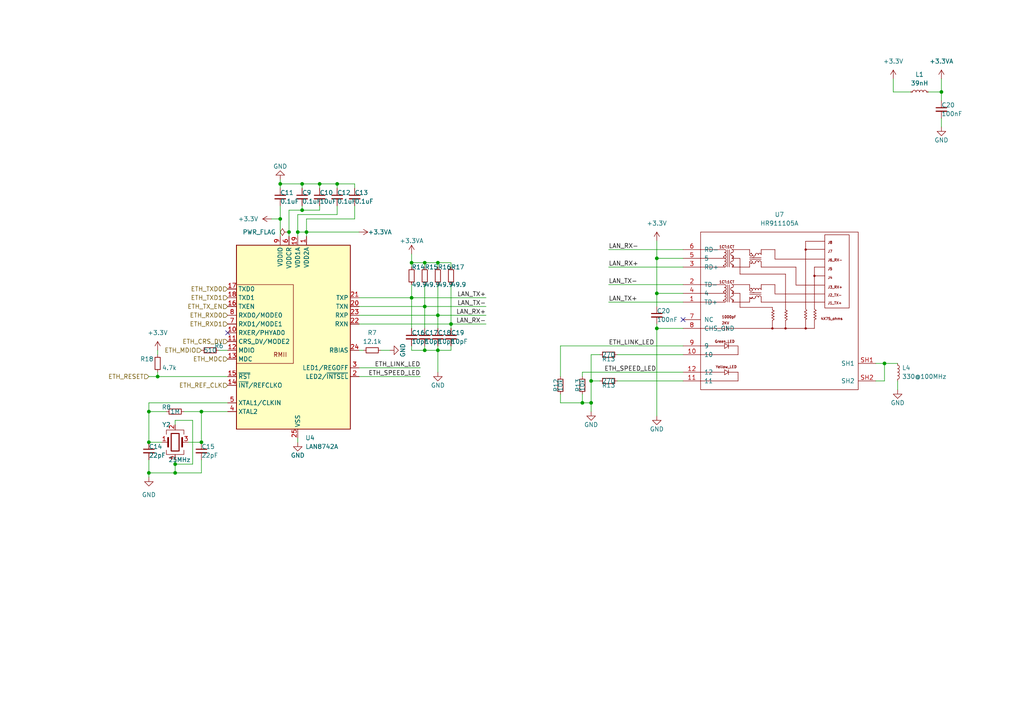
<source format=kicad_sch>
(kicad_sch (version 20230121) (generator eeschema)

  (uuid 8ade7b8c-de23-4c2f-be74-236dd0aa5af6)

  (paper "A4")

  (lib_symbols
    (symbol "Device:C_Small" (pin_numbers hide) (pin_names (offset 0.254) hide) (in_bom yes) (on_board yes)
      (property "Reference" "C" (at 0.254 1.778 0)
        (effects (font (size 1.27 1.27)) (justify left))
      )
      (property "Value" "C_Small" (at 0.254 -2.032 0)
        (effects (font (size 1.27 1.27)) (justify left))
      )
      (property "Footprint" "" (at 0 0 0)
        (effects (font (size 1.27 1.27)) hide)
      )
      (property "Datasheet" "~" (at 0 0 0)
        (effects (font (size 1.27 1.27)) hide)
      )
      (property "ki_keywords" "capacitor cap" (at 0 0 0)
        (effects (font (size 1.27 1.27)) hide)
      )
      (property "ki_description" "Unpolarized capacitor, small symbol" (at 0 0 0)
        (effects (font (size 1.27 1.27)) hide)
      )
      (property "ki_fp_filters" "C_*" (at 0 0 0)
        (effects (font (size 1.27 1.27)) hide)
      )
      (symbol "C_Small_0_1"
        (polyline
          (pts
            (xy -1.524 -0.508)
            (xy 1.524 -0.508)
          )
          (stroke (width 0.3302) (type default))
          (fill (type none))
        )
        (polyline
          (pts
            (xy -1.524 0.508)
            (xy 1.524 0.508)
          )
          (stroke (width 0.3048) (type default))
          (fill (type none))
        )
      )
      (symbol "C_Small_1_1"
        (pin passive line (at 0 2.54 270) (length 2.032)
          (name "~" (effects (font (size 1.27 1.27))))
          (number "1" (effects (font (size 1.27 1.27))))
        )
        (pin passive line (at 0 -2.54 90) (length 2.032)
          (name "~" (effects (font (size 1.27 1.27))))
          (number "2" (effects (font (size 1.27 1.27))))
        )
      )
    )
    (symbol "Device:L_Small" (pin_numbers hide) (pin_names (offset 0.254) hide) (in_bom yes) (on_board yes)
      (property "Reference" "L" (at 0.762 1.016 0)
        (effects (font (size 1.27 1.27)) (justify left))
      )
      (property "Value" "L_Small" (at 0.762 -1.016 0)
        (effects (font (size 1.27 1.27)) (justify left))
      )
      (property "Footprint" "" (at 0 0 0)
        (effects (font (size 1.27 1.27)) hide)
      )
      (property "Datasheet" "~" (at 0 0 0)
        (effects (font (size 1.27 1.27)) hide)
      )
      (property "ki_keywords" "inductor choke coil reactor magnetic" (at 0 0 0)
        (effects (font (size 1.27 1.27)) hide)
      )
      (property "ki_description" "Inductor, small symbol" (at 0 0 0)
        (effects (font (size 1.27 1.27)) hide)
      )
      (property "ki_fp_filters" "Choke_* *Coil* Inductor_* L_*" (at 0 0 0)
        (effects (font (size 1.27 1.27)) hide)
      )
      (symbol "L_Small_0_1"
        (arc (start 0 -2.032) (mid 0.5058 -1.524) (end 0 -1.016)
          (stroke (width 0) (type default))
          (fill (type none))
        )
        (arc (start 0 -1.016) (mid 0.5058 -0.508) (end 0 0)
          (stroke (width 0) (type default))
          (fill (type none))
        )
        (arc (start 0 0) (mid 0.5058 0.508) (end 0 1.016)
          (stroke (width 0) (type default))
          (fill (type none))
        )
        (arc (start 0 1.016) (mid 0.5058 1.524) (end 0 2.032)
          (stroke (width 0) (type default))
          (fill (type none))
        )
      )
      (symbol "L_Small_1_1"
        (pin passive line (at 0 2.54 270) (length 0.508)
          (name "~" (effects (font (size 1.27 1.27))))
          (number "1" (effects (font (size 1.27 1.27))))
        )
        (pin passive line (at 0 -2.54 90) (length 0.508)
          (name "~" (effects (font (size 1.27 1.27))))
          (number "2" (effects (font (size 1.27 1.27))))
        )
      )
    )
    (symbol "Device:R_Small" (pin_numbers hide) (pin_names (offset 0.254) hide) (in_bom yes) (on_board yes)
      (property "Reference" "R" (at 0.762 0.508 0)
        (effects (font (size 1.27 1.27)) (justify left))
      )
      (property "Value" "R_Small" (at 0.762 -1.016 0)
        (effects (font (size 1.27 1.27)) (justify left))
      )
      (property "Footprint" "" (at 0 0 0)
        (effects (font (size 1.27 1.27)) hide)
      )
      (property "Datasheet" "~" (at 0 0 0)
        (effects (font (size 1.27 1.27)) hide)
      )
      (property "ki_keywords" "R resistor" (at 0 0 0)
        (effects (font (size 1.27 1.27)) hide)
      )
      (property "ki_description" "Resistor, small symbol" (at 0 0 0)
        (effects (font (size 1.27 1.27)) hide)
      )
      (property "ki_fp_filters" "R_*" (at 0 0 0)
        (effects (font (size 1.27 1.27)) hide)
      )
      (symbol "R_Small_0_1"
        (rectangle (start -0.762 1.778) (end 0.762 -1.778)
          (stroke (width 0.2032) (type default))
          (fill (type none))
        )
      )
      (symbol "R_Small_1_1"
        (pin passive line (at 0 2.54 270) (length 0.762)
          (name "~" (effects (font (size 1.27 1.27))))
          (number "1" (effects (font (size 1.27 1.27))))
        )
        (pin passive line (at 0 -2.54 90) (length 0.762)
          (name "~" (effects (font (size 1.27 1.27))))
          (number "2" (effects (font (size 1.27 1.27))))
        )
      )
    )
    (symbol "Rick_Device:Crystal_25MHz_GND24" (pin_names (offset 1.016) hide) (in_bom yes) (on_board yes)
      (property "Reference" "Y" (at 3.175 5.08 0)
        (effects (font (size 1.27 1.27)) (justify left))
      )
      (property "Value" "Crystal_25MHz_GND24" (at 3.175 3.175 0)
        (effects (font (size 1.27 1.27)) (justify left))
      )
      (property "Footprint" "Rick_Device:Crystal_25MHz_GND24" (at 0.508 -9.906 0)
        (effects (font (size 1.27 1.27)) hide)
      )
      (property "Datasheet" "https://atta.szlcsc.com/upload/public/pdf/source/20180822/C255942_D265278E6344B989D9430C320788A855.pdf?Expires=4070880000&OSSAccessKeyId=LTAIJDIkh7KmGS1H&Signature=EcpSbSEXt0pjEpc%2BLzpA3zFOEMg%3D&response-content-disposition=attachment%3Bfilename%3DC91750_%25E6%2597%25A0%25E6%25BA%2590%25E6%2599%25B6%25E6%258C%25AF_X1E000021013900_%25E8%25A7%2584%25E6%25A0%25BC%25E4%25B9%25A6_EPSON%2528%25E7%2588%25B1%25E6%2599%25AE%25E7%2594%259F%2529%25E6%2597%25A0%25E6%25BA%2590%25E6%2599%25B6%25E6%258C%25AF%25E8%25A7%2584%25E6%25A0%25BC%25E4%25B9%25A6.PDF" (at -5.08 -17.018 0)
        (effects (font (size 1.27 1.27)) hide)
      )
      (property "Manufacturer" "EPSON" (at -6.858 -12.192 0)
        (effects (font (size 1.27 1.27)) hide)
      )
      (property "Manufacturer Product Number" "X1E000021013900" (at 2.54 -19.05 0)
        (effects (font (size 1.27 1.27)) hide)
      )
      (property "JLC Part Number" "C91750" (at 0.762 -12.192 0)
        (effects (font (size 1.27 1.27)) hide)
      )
      (property "JLC URL" "https://item.szlcsc.com/92939.html" (at 2.54 -14.478 0)
        (effects (font (size 1.27 1.27)) hide)
      )
      (property "ki_keywords" "quartz ceramic resonator oscillator" (at 0 0 0)
        (effects (font (size 1.27 1.27)) hide)
      )
      (property "ki_description" "TSX-3225 25MHz 12PF 10PPM/X1E0000210139" (at 0 0 0)
        (effects (font (size 1.27 1.27)) hide)
      )
      (property "ki_fp_filters" "Crystal*" (at 0 0 0)
        (effects (font (size 1.27 1.27)) hide)
      )
      (symbol "Crystal_25MHz_GND24_0_1"
        (rectangle (start -1.143 2.54) (end 1.143 -2.54)
          (stroke (width 0.3048) (type default))
          (fill (type none))
        )
        (polyline
          (pts
            (xy -2.54 0)
            (xy -2.032 0)
          )
          (stroke (width 0) (type default))
          (fill (type none))
        )
        (polyline
          (pts
            (xy -2.032 -1.27)
            (xy -2.032 1.27)
          )
          (stroke (width 0.508) (type default))
          (fill (type none))
        )
        (polyline
          (pts
            (xy 0 -3.81)
            (xy 0 -3.556)
          )
          (stroke (width 0) (type default))
          (fill (type none))
        )
        (polyline
          (pts
            (xy 0 3.556)
            (xy 0 3.81)
          )
          (stroke (width 0) (type default))
          (fill (type none))
        )
        (polyline
          (pts
            (xy 2.032 -1.27)
            (xy 2.032 1.27)
          )
          (stroke (width 0.508) (type default))
          (fill (type none))
        )
        (polyline
          (pts
            (xy 2.032 0)
            (xy 2.54 0)
          )
          (stroke (width 0) (type default))
          (fill (type none))
        )
        (polyline
          (pts
            (xy -2.54 -2.286)
            (xy -2.54 -3.556)
            (xy 2.54 -3.556)
            (xy 2.54 -2.286)
          )
          (stroke (width 0) (type default))
          (fill (type none))
        )
        (polyline
          (pts
            (xy -2.54 2.286)
            (xy -2.54 3.556)
            (xy 2.54 3.556)
            (xy 2.54 2.286)
          )
          (stroke (width 0) (type default))
          (fill (type none))
        )
      )
      (symbol "Crystal_25MHz_GND24_1_1"
        (pin passive line (at -3.81 0 0) (length 1.27)
          (name "1" (effects (font (size 1.27 1.27))))
          (number "1" (effects (font (size 1.27 1.27))))
        )
        (pin passive line (at 0 5.08 270) (length 1.27)
          (name "2" (effects (font (size 1.27 1.27))))
          (number "2" (effects (font (size 1.27 1.27))))
        )
        (pin passive line (at 3.81 0 180) (length 1.27)
          (name "3" (effects (font (size 1.27 1.27))))
          (number "3" (effects (font (size 1.27 1.27))))
        )
        (pin passive line (at 0 -5.08 90) (length 1.27)
          (name "4" (effects (font (size 1.27 1.27))))
          (number "4" (effects (font (size 1.27 1.27))))
        )
      )
    )
    (symbol "Rick_ETH:HR911105A" (pin_names (offset 1.016)) (in_bom yes) (on_board yes)
      (property "Reference" "U" (at 0 25.4 0)
        (effects (font (size 1.27 1.27)))
      )
      (property "Value" "HR911105A" (at 0 30.48 0)
        (effects (font (size 1.27 1.27)))
      )
      (property "Footprint" "Rick_ETH:HR911105A" (at 0 20.32 0)
        (effects (font (size 1.27 1.27)) hide)
      )
      (property "Datasheet" "" (at 0 15.24 0)
        (effects (font (size 1.27 1.27)) hide)
      )
      (property "SuppliersPartNumber" "C9900010004" (at 0 10.16 0)
        (effects (font (size 1.27 1.27)) hide)
      )
      (property "uuid" "std:dd3a76d4cd9547a48476dc028e2456a7" (at 0 10.16 0)
        (effects (font (size 1.27 1.27)) hide)
      )
      (property "Manufacturer" "HANRUN" (at 0 0 0)
        (effects (font (size 1.27 1.27)) hide)
      )
      (property "Manufacturer Product Number" "HR911105A" (at 0 0 0)
        (effects (font (size 1.27 1.27)) hide)
      )
      (property "JLC Part Number" "C12074" (at 0 0 0)
        (effects (font (size 1.27 1.27)) hide)
      )
      (property "JLC URL" "https://item.szlcsc.com/12651.html" (at 0 0 0)
        (effects (font (size 1.27 1.27)) hide)
      )
      (symbol "HR911105A_1_1"
        (rectangle (start -22.86 22.86) (end 22.86 -22.86)
          (stroke (width 0.1524) (type solid))
          (fill (type none))
        )
        (circle (center -16.129 2.9972) (radius 0.127)
          (stroke (width 0.1524) (type solid))
          (fill (type outline))
        )
        (circle (center -16.129 5.4864) (radius 0.127)
          (stroke (width 0.1524) (type solid))
          (fill (type outline))
        )
        (circle (center -16.129 13.1064) (radius 0.127)
          (stroke (width 0.1524) (type solid))
          (fill (type outline))
        )
        (circle (center -16.129 15.6464) (radius 0.127)
          (stroke (width 0.1524) (type solid))
          (fill (type outline))
        )
        (arc (start -15.9004 2.54) (mid -15.875 2.5392) (end -15.8496 2.54)
          (stroke (width 0.1524) (type solid))
          (fill (type none))
        )
        (arc (start -15.9004 3.3782) (mid -15.875 3.3775) (end -15.8496 3.3782)
          (stroke (width 0.1524) (type solid))
          (fill (type none))
        )
        (arc (start -15.9004 4.2418) (mid -15.875 4.241) (end -15.8496 4.2418)
          (stroke (width 0.1524) (type solid))
          (fill (type none))
        )
        (arc (start -15.9004 5.08) (mid -15.875 5.0792) (end -15.8496 5.08)
          (stroke (width 0.1524) (type solid))
          (fill (type none))
        )
        (arc (start -15.9004 5.9182) (mid -15.875 5.9175) (end -15.8496 5.9182)
          (stroke (width 0.1524) (type solid))
          (fill (type none))
        )
        (arc (start -15.9004 6.7818) (mid -15.875 6.781) (end -15.8496 6.7818)
          (stroke (width 0.1524) (type solid))
          (fill (type none))
        )
        (arc (start -15.9004 12.7) (mid -15.875 12.6992) (end -15.8496 12.7)
          (stroke (width 0.1524) (type solid))
          (fill (type none))
        )
        (arc (start -15.9004 13.5382) (mid -15.875 13.5375) (end -15.8496 13.5382)
          (stroke (width 0.1524) (type solid))
          (fill (type none))
        )
        (arc (start -15.9004 14.4018) (mid -15.875 14.401) (end -15.8496 14.4018)
          (stroke (width 0.1524) (type solid))
          (fill (type none))
        )
        (arc (start -15.9004 15.24) (mid -15.875 15.2392) (end -15.8496 15.24)
          (stroke (width 0.1524) (type solid))
          (fill (type none))
        )
        (arc (start -15.9004 16.0782) (mid -15.875 16.0775) (end -15.8496 16.0782)
          (stroke (width 0.1524) (type solid))
          (fill (type none))
        )
        (arc (start -15.9004 16.9418) (mid -15.875 16.941) (end -15.8496 16.9418)
          (stroke (width 0.1524) (type solid))
          (fill (type none))
        )
        (arc (start -15.8496 2.54) (mid -15.4686 2.9711) (end -15.9004 3.3782)
          (stroke (width 0.1524) (type solid))
          (fill (type none))
        )
        (arc (start -15.8496 3.3782) (mid -15.445 3.8353) (end -15.9004 4.2418)
          (stroke (width 0.1524) (type solid))
          (fill (type none))
        )
        (arc (start -15.8496 4.2418) (mid -15.4686 4.6729) (end -15.9004 5.08)
          (stroke (width 0.1524) (type solid))
          (fill (type none))
        )
        (arc (start -15.8496 5.08) (mid -15.4686 5.5111) (end -15.9004 5.9182)
          (stroke (width 0.1524) (type solid))
          (fill (type none))
        )
        (arc (start -15.8496 5.9182) (mid -15.445 6.3753) (end -15.9004 6.7818)
          (stroke (width 0.1524) (type solid))
          (fill (type none))
        )
        (arc (start -15.8496 6.7818) (mid -15.4686 7.2129) (end -15.9004 7.62)
          (stroke (width 0.1524) (type solid))
          (fill (type none))
        )
        (arc (start -15.8496 12.7) (mid -15.4686 13.1311) (end -15.9004 13.5382)
          (stroke (width 0.1524) (type solid))
          (fill (type none))
        )
        (arc (start -15.8496 13.5382) (mid -15.445 13.9953) (end -15.9004 14.4018)
          (stroke (width 0.1524) (type solid))
          (fill (type none))
        )
        (arc (start -15.8496 14.4018) (mid -15.4686 14.8329) (end -15.9004 15.24)
          (stroke (width 0.1524) (type solid))
          (fill (type none))
        )
        (arc (start -15.8496 15.24) (mid -15.4686 15.6711) (end -15.9004 16.0782)
          (stroke (width 0.1524) (type solid))
          (fill (type none))
        )
        (arc (start -15.8496 16.0782) (mid -15.445 16.5353) (end -15.9004 16.9418)
          (stroke (width 0.1524) (type solid))
          (fill (type none))
        )
        (arc (start -15.8496 16.9418) (mid -15.4686 17.3729) (end -15.9004 17.78)
          (stroke (width 0.1524) (type solid))
          (fill (type none))
        )
        (arc (start -13.7668 4.2418) (mid -14.1714 3.7847) (end -13.716 3.3782)
          (stroke (width 0.1524) (type solid))
          (fill (type none))
        )
        (arc (start -13.7668 6.7818) (mid -14.1714 6.3247) (end -13.716 5.9182)
          (stroke (width 0.1524) (type solid))
          (fill (type none))
        )
        (arc (start -13.7668 14.4018) (mid -14.1714 13.9447) (end -13.716 13.5382)
          (stroke (width 0.1524) (type solid))
          (fill (type none))
        )
        (arc (start -13.7668 16.9418) (mid -14.1714 16.4847) (end -13.716 16.0782)
          (stroke (width 0.1524) (type solid))
          (fill (type none))
        )
        (arc (start -13.716 2.54) (mid -13.335 2.9711) (end -13.7668 3.3782)
          (stroke (width 0.1524) (type solid))
          (fill (type none))
        )
        (arc (start -13.716 3.3782) (mid -13.7414 3.3789) (end -13.7668 3.3782)
          (stroke (width 0.1524) (type solid))
          (fill (type none))
        )
        (arc (start -13.716 4.2418) (mid -13.7414 4.2425) (end -13.7668 4.2418)
          (stroke (width 0.1524) (type solid))
          (fill (type none))
        )
        (arc (start -13.716 4.2418) (mid -13.335 4.6729) (end -13.7668 5.08)
          (stroke (width 0.1524) (type solid))
          (fill (type none))
        )
        (arc (start -13.716 5.08) (mid -13.7414 5.0807) (end -13.7668 5.08)
          (stroke (width 0.1524) (type solid))
          (fill (type none))
        )
        (arc (start -13.716 5.08) (mid -13.335 5.5111) (end -13.7668 5.9182)
          (stroke (width 0.1524) (type solid))
          (fill (type none))
        )
        (arc (start -13.716 5.9182) (mid -13.7414 5.9189) (end -13.7668 5.9182)
          (stroke (width 0.1524) (type solid))
          (fill (type none))
        )
        (arc (start -13.716 6.7818) (mid -13.7414 6.7825) (end -13.7668 6.7818)
          (stroke (width 0.1524) (type solid))
          (fill (type none))
        )
        (arc (start -13.716 6.7818) (mid -13.335 7.2129) (end -13.7668 7.62)
          (stroke (width 0.1524) (type solid))
          (fill (type none))
        )
        (arc (start -13.716 7.62) (mid -13.7414 7.6207) (end -13.7668 7.62)
          (stroke (width 0.1524) (type solid))
          (fill (type none))
        )
        (arc (start -13.716 12.7) (mid -13.335 13.1311) (end -13.7668 13.5382)
          (stroke (width 0.1524) (type solid))
          (fill (type none))
        )
        (arc (start -13.716 13.5382) (mid -13.7414 13.5389) (end -13.7668 13.5382)
          (stroke (width 0.1524) (type solid))
          (fill (type none))
        )
        (arc (start -13.716 14.4018) (mid -13.7414 14.4025) (end -13.7668 14.4018)
          (stroke (width 0.1524) (type solid))
          (fill (type none))
        )
        (arc (start -13.716 14.4018) (mid -13.335 14.8329) (end -13.7668 15.24)
          (stroke (width 0.1524) (type solid))
          (fill (type none))
        )
        (arc (start -13.716 15.24) (mid -13.7414 15.2407) (end -13.7668 15.24)
          (stroke (width 0.1524) (type solid))
          (fill (type none))
        )
        (arc (start -13.716 15.24) (mid -13.335 15.6711) (end -13.7668 16.0782)
          (stroke (width 0.1524) (type solid))
          (fill (type none))
        )
        (arc (start -13.716 16.0782) (mid -13.7414 16.0789) (end -13.7668 16.0782)
          (stroke (width 0.1524) (type solid))
          (fill (type none))
        )
        (arc (start -13.716 16.9418) (mid -13.7414 16.9425) (end -13.7668 16.9418)
          (stroke (width 0.1524) (type solid))
          (fill (type none))
        )
        (arc (start -13.716 16.9418) (mid -13.335 17.3729) (end -13.7668 17.78)
          (stroke (width 0.1524) (type solid))
          (fill (type none))
        )
        (arc (start -13.716 17.78) (mid -13.7414 17.7807) (end -13.7668 17.78)
          (stroke (width 0.1524) (type solid))
          (fill (type none))
        )
        (circle (center -13.462 2.9972) (radius 0.127)
          (stroke (width 0.1524) (type solid))
          (fill (type outline))
        )
        (circle (center -13.462 5.4864) (radius 0.127)
          (stroke (width 0.1524) (type solid))
          (fill (type outline))
        )
        (circle (center -13.462 13.1064) (radius 0.127)
          (stroke (width 0.1524) (type solid))
          (fill (type outline))
        )
        (circle (center -13.462 15.6464) (radius 0.127)
          (stroke (width 0.1524) (type solid))
          (fill (type outline))
        )
        (arc (start -8.636 3.937) (mid -8.1914 3.58) (end -7.8232 4.0132)
          (stroke (width 0.1524) (type solid))
          (fill (type none))
        )
        (arc (start -8.636 6.096) (mid -8.2044 5.7168) (end -7.8232 6.1468)
          (stroke (width 0.1524) (type solid))
          (fill (type none))
        )
        (arc (start -8.636 6.1468) (mid -8.6368 6.1214) (end -8.636 6.096)
          (stroke (width 0.1524) (type solid))
          (fill (type none))
        )
        (arc (start -8.636 16.256) (mid -8.1914 15.899) (end -7.8232 16.3322)
          (stroke (width 0.1524) (type solid))
          (fill (type none))
        )
        (arc (start -8.636 16.3322) (mid -8.6366 16.2942) (end -8.636 16.256)
          (stroke (width 0.1524) (type solid))
          (fill (type none))
        )
        (circle (center -8.1788 3.683) (radius 0.127)
          (stroke (width 0.1524) (type solid))
          (fill (type outline))
        )
        (circle (center -8.1788 6.477) (radius 0.127)
          (stroke (width 0.1524) (type solid))
          (fill (type outline))
        )
        (circle (center -8.1788 13.843) (radius 0.127)
          (stroke (width 0.1524) (type solid))
          (fill (type outline))
        )
        (circle (center -8.1788 16.637) (radius 0.127)
          (stroke (width 0.1524) (type solid))
          (fill (type outline))
        )
        (arc (start -7.8232 3.937) (mid -7.8202 3.9751) (end -7.8232 4.0132)
          (stroke (width 0.1524) (type solid))
          (fill (type none))
        )
        (arc (start -7.8232 3.937) (mid -7.366 3.5306) (end -6.9596 3.9878)
          (stroke (width 0.1524) (type solid))
          (fill (type none))
        )
        (arc (start -7.8232 6.1468) (mid -7.8238 6.1341) (end -7.8232 6.1214)
          (stroke (width 0.1524) (type solid))
          (fill (type none))
        )
        (arc (start -7.8232 14.1224) (mid -7.8226 14.1604) (end -7.8232 14.1986)
          (stroke (width 0.1524) (type solid))
          (fill (type none))
        )
        (arc (start -7.8232 14.1224) (mid -7.366 13.716) (end -6.9596 14.1732)
          (stroke (width 0.1524) (type solid))
          (fill (type none))
        )
        (arc (start -7.8232 14.1986) (mid -8.2678 14.5556) (end -8.636 14.1224)
          (stroke (width 0.1524) (type solid))
          (fill (type none))
        )
        (arc (start -7.8232 16.2814) (mid -7.366 15.875) (end -6.9596 16.3322)
          (stroke (width 0.1524) (type solid))
          (fill (type none))
        )
        (arc (start -7.8232 16.3322) (mid -7.8239 16.3068) (end -7.8232 16.2814)
          (stroke (width 0.1524) (type solid))
          (fill (type none))
        )
        (arc (start -6.9596 3.937) (mid -6.9589 3.9624) (end -6.9596 3.9878)
          (stroke (width 0.1524) (type solid))
          (fill (type none))
        )
        (arc (start -6.9596 6.1468) (mid -7.4041 6.5538) (end -7.8232 6.1214)
          (stroke (width 0.1524) (type solid))
          (fill (type none))
        )
        (arc (start -6.9596 6.1468) (mid -6.9603 6.1214) (end -6.9596 6.096)
          (stroke (width 0.1524) (type solid))
          (fill (type none))
        )
        (arc (start -6.9596 14.1224) (mid -6.9589 14.1478) (end -6.9596 14.1732)
          (stroke (width 0.1524) (type solid))
          (fill (type none))
        )
        (arc (start -6.9596 16.3322) (mid -6.9603 16.3068) (end -6.9596 16.2814)
          (stroke (width 0.1524) (type solid))
          (fill (type none))
        )
        (arc (start -6.1214 3.937) (mid -6.1208 3.975) (end -6.1214 4.0132)
          (stroke (width 0.1524) (type solid))
          (fill (type none))
        )
        (arc (start -6.1214 4.0132) (mid -6.5652 4.3702) (end -6.9596 3.937)
          (stroke (width 0.1524) (type solid))
          (fill (type none))
        )
        (arc (start -6.1214 6.1468) (mid -6.5525 6.5278) (end -6.9596 6.096)
          (stroke (width 0.1524) (type solid))
          (fill (type none))
        )
        (arc (start -6.1214 6.1468) (mid -6.1221 6.1214) (end -6.1214 6.096)
          (stroke (width 0.1524) (type solid))
          (fill (type none))
        )
        (arc (start -6.1214 14.1224) (mid -6.1206 14.1478) (end -6.1214 14.1732)
          (stroke (width 0.1524) (type solid))
          (fill (type none))
        )
        (arc (start -6.1214 14.1732) (mid -6.5525 14.5542) (end -6.9596 14.1224)
          (stroke (width 0.1524) (type solid))
          (fill (type none))
        )
        (arc (start -6.1214 16.3322) (mid -6.5525 16.7132) (end -6.9596 16.2814)
          (stroke (width 0.1524) (type solid))
          (fill (type none))
        )
        (arc (start -6.1214 16.3322) (mid -6.1221 16.3068) (end -6.1214 16.2814)
          (stroke (width 0.1524) (type solid))
          (fill (type none))
        )
        (arc (start -5.2832 3.937) (mid -5.2802 3.9751) (end -5.2832 4.0132)
          (stroke (width 0.1524) (type solid))
          (fill (type none))
        )
        (arc (start -5.2832 4.0132) (mid -5.7402 4.3916) (end -6.1214 3.937)
          (stroke (width 0.1524) (type solid))
          (fill (type none))
        )
        (arc (start -5.2832 6.1468) (mid -5.7143 6.5278) (end -6.1214 6.096)
          (stroke (width 0.1524) (type solid))
          (fill (type none))
        )
        (arc (start -5.2832 14.1224) (mid -5.2824 14.1478) (end -5.2832 14.1732)
          (stroke (width 0.1524) (type solid))
          (fill (type none))
        )
        (arc (start -5.2832 14.1732) (mid -5.7143 14.5542) (end -6.1214 14.1224)
          (stroke (width 0.1524) (type solid))
          (fill (type none))
        )
        (arc (start -5.2832 16.3322) (mid -5.7143 16.7132) (end -6.1214 16.2814)
          (stroke (width 0.1524) (type solid))
          (fill (type none))
        )
        (circle (center -2.032 -5.08) (radius 0.254)
          (stroke (width 0.1524) (type solid))
          (fill (type outline))
        )
        (polyline
          (pts
            (xy -15.9004 -17.78)
            (xy -22.86 -17.78)
          )
          (stroke (width 0.1524) (type solid))
          (fill (type none))
        )
        (polyline
          (pts
            (xy -15.9004 -17.0688)
            (xy -15.9004 -18.5166)
          )
          (stroke (width 0.1524) (type solid))
          (fill (type none))
        )
        (polyline
          (pts
            (xy -15.9004 -10.16)
            (xy -22.86 -10.16)
          )
          (stroke (width 0.1524) (type solid))
          (fill (type none))
        )
        (polyline
          (pts
            (xy -15.9004 -9.4488)
            (xy -15.9004 -10.8966)
          )
          (stroke (width 0.1524) (type solid))
          (fill (type none))
        )
        (polyline
          (pts
            (xy -15.9004 -5.08)
            (xy -22.86 -5.08)
          )
          (stroke (width 0.1524) (type solid))
          (fill (type none))
        )
        (polyline
          (pts
            (xy -15.9004 -4.4704)
            (xy -15.9004 -5.7404)
          )
          (stroke (width 0.1524) (type solid))
          (fill (type none))
        )
        (polyline
          (pts
            (xy -15.9004 2.54)
            (xy -22.86 2.54)
          )
          (stroke (width 0.1524) (type solid))
          (fill (type none))
        )
        (polyline
          (pts
            (xy -15.9004 5.08)
            (xy -22.86 5.08)
          )
          (stroke (width 0.1524) (type solid))
          (fill (type none))
        )
        (polyline
          (pts
            (xy -15.9004 7.62)
            (xy -22.86 7.62)
          )
          (stroke (width 0.1524) (type solid))
          (fill (type none))
        )
        (polyline
          (pts
            (xy -15.9004 12.7)
            (xy -22.86 12.7)
          )
          (stroke (width 0.1524) (type solid))
          (fill (type none))
        )
        (polyline
          (pts
            (xy -15.9004 15.24)
            (xy -22.86 15.24)
          )
          (stroke (width 0.1524) (type solid))
          (fill (type none))
        )
        (polyline
          (pts
            (xy -15.9004 17.78)
            (xy -22.86 17.78)
          )
          (stroke (width 0.1524) (type solid))
          (fill (type none))
        )
        (polyline
          (pts
            (xy -15.2146 -4.4704)
            (xy -15.2146 -5.7404)
          )
          (stroke (width 0.1524) (type solid))
          (fill (type none))
        )
        (polyline
          (pts
            (xy -15.0622 7.5438)
            (xy -15.0622 2.5654)
          )
          (stroke (width 0.1524) (type solid))
          (fill (type none))
        )
        (polyline
          (pts
            (xy -15.0622 17.7292)
            (xy -15.0622 12.7254)
          )
          (stroke (width 0.1524) (type solid))
          (fill (type none))
        )
        (polyline
          (pts
            (xy -14.7828 -17.78)
            (xy -15.9004 -18.5166)
          )
          (stroke (width 0.1524) (type solid))
          (fill (type none))
        )
        (polyline
          (pts
            (xy -14.7828 -17.78)
            (xy -15.9004 -17.0688)
          )
          (stroke (width 0.1524) (type solid))
          (fill (type none))
        )
        (polyline
          (pts
            (xy -14.7828 -17.78)
            (xy -11.9888 -17.78)
          )
          (stroke (width 0.1524) (type solid))
          (fill (type none))
        )
        (polyline
          (pts
            (xy -14.7828 -17.0688)
            (xy -14.7828 -18.5166)
          )
          (stroke (width 0.1524) (type solid))
          (fill (type none))
        )
        (polyline
          (pts
            (xy -14.7828 -10.16)
            (xy -15.9004 -10.8966)
          )
          (stroke (width 0.1524) (type solid))
          (fill (type none))
        )
        (polyline
          (pts
            (xy -14.7828 -10.16)
            (xy -15.9004 -9.4488)
          )
          (stroke (width 0.1524) (type solid))
          (fill (type none))
        )
        (polyline
          (pts
            (xy -14.7828 -9.4488)
            (xy -14.7828 -10.8966)
          )
          (stroke (width 0.1524) (type solid))
          (fill (type none))
        )
        (polyline
          (pts
            (xy -14.5542 7.5438)
            (xy -14.5542 2.5654)
          )
          (stroke (width 0.1524) (type solid))
          (fill (type none))
        )
        (polyline
          (pts
            (xy -14.5542 17.7292)
            (xy -14.5542 12.7254)
          )
          (stroke (width 0.1524) (type solid))
          (fill (type none))
        )
        (polyline
          (pts
            (xy -13.716 2.54)
            (xy -8.636 2.54)
          )
          (stroke (width 0.1524) (type solid))
          (fill (type none))
        )
        (polyline
          (pts
            (xy -13.716 5.08)
            (xy -11.4554 5.08)
          )
          (stroke (width 0.1524) (type solid))
          (fill (type none))
        )
        (polyline
          (pts
            (xy -13.716 7.62)
            (xy -8.636 7.62)
          )
          (stroke (width 0.1524) (type solid))
          (fill (type none))
        )
        (polyline
          (pts
            (xy -13.716 12.7)
            (xy -8.636 12.7)
          )
          (stroke (width 0.1524) (type solid))
          (fill (type none))
        )
        (polyline
          (pts
            (xy -13.716 15.24)
            (xy -11.4554 15.24)
          )
          (stroke (width 0.1524) (type solid))
          (fill (type none))
        )
        (polyline
          (pts
            (xy -13.716 17.78)
            (xy -8.636 17.78)
          )
          (stroke (width 0.1524) (type solid))
          (fill (type none))
        )
        (polyline
          (pts
            (xy -11.9888 -20.32)
            (xy -22.86 -20.32)
          )
          (stroke (width 0.1524) (type solid))
          (fill (type none))
        )
        (polyline
          (pts
            (xy -11.9888 -17.78)
            (xy -11.9888 -20.32)
          )
          (stroke (width 0.1524) (type solid))
          (fill (type none))
        )
        (polyline
          (pts
            (xy -11.9888 -12.7)
            (xy -22.86 -12.7)
          )
          (stroke (width 0.1524) (type solid))
          (fill (type none))
        )
        (polyline
          (pts
            (xy -11.43 5.08)
            (xy -11.43 1.016)
          )
          (stroke (width 0.1524) (type solid))
          (fill (type none))
        )
        (polyline
          (pts
            (xy -11.43 10.668)
            (xy -11.43 15.1892)
          )
          (stroke (width 0.1524) (type solid))
          (fill (type none))
        )
        (polyline
          (pts
            (xy -8.636 2.54)
            (xy -8.636 3.937)
          )
          (stroke (width 0.1524) (type solid))
          (fill (type none))
        )
        (polyline
          (pts
            (xy -8.636 4.826)
            (xy -7.3152 4.826)
          )
          (stroke (width 0.1524) (type solid))
          (fill (type none))
        )
        (polyline
          (pts
            (xy -8.636 5.3086)
            (xy -7.3152 5.3086)
          )
          (stroke (width 0.1524) (type solid))
          (fill (type none))
        )
        (polyline
          (pts
            (xy -8.636 6.1468)
            (xy -8.636 7.62)
          )
          (stroke (width 0.1524) (type solid))
          (fill (type none))
        )
        (polyline
          (pts
            (xy -8.636 14.1224)
            (xy -8.636 12.7)
          )
          (stroke (width 0.1524) (type solid))
          (fill (type none))
        )
        (polyline
          (pts
            (xy -8.636 14.986)
            (xy -7.3152 14.986)
          )
          (stroke (width 0.1524) (type solid))
          (fill (type none))
        )
        (polyline
          (pts
            (xy -8.636 15.4686)
            (xy -7.3152 15.4686)
          )
          (stroke (width 0.1524) (type solid))
          (fill (type none))
        )
        (polyline
          (pts
            (xy -8.636 17.78)
            (xy -8.636 16.3322)
          )
          (stroke (width 0.1524) (type solid))
          (fill (type none))
        )
        (polyline
          (pts
            (xy -5.2832 4.826)
            (xy -7.7216 4.826)
          )
          (stroke (width 0.1524) (type solid))
          (fill (type none))
        )
        (polyline
          (pts
            (xy -5.2832 5.3086)
            (xy -7.7216 5.3086)
          )
          (stroke (width 0.1524) (type solid))
          (fill (type none))
        )
        (polyline
          (pts
            (xy -5.2832 6.1468)
            (xy -5.2832 7.62)
          )
          (stroke (width 0.1524) (type solid))
          (fill (type none))
        )
        (polyline
          (pts
            (xy -5.2832 7.62)
            (xy -1.2954 7.62)
          )
          (stroke (width 0.1524) (type solid))
          (fill (type none))
        )
        (polyline
          (pts
            (xy -5.2832 14.986)
            (xy -7.7216 14.986)
          )
          (stroke (width 0.1524) (type solid))
          (fill (type none))
        )
        (polyline
          (pts
            (xy -5.2832 15.4686)
            (xy -7.7216 15.4686)
          )
          (stroke (width 0.1524) (type solid))
          (fill (type none))
        )
        (polyline
          (pts
            (xy -5.2832 16.3322)
            (xy -5.2832 17.78)
          )
          (stroke (width 0.1524) (type solid))
          (fill (type none))
        )
        (polyline
          (pts
            (xy -5.2832 17.78)
            (xy -1.2954 17.78)
          )
          (stroke (width 0.1524) (type solid))
          (fill (type none))
        )
        (polyline
          (pts
            (xy -2.032 -2.794)
            (xy -2.032 -5.08)
          )
          (stroke (width 0.1524) (type solid))
          (fill (type none))
        )
        (polyline
          (pts
            (xy -2.032 1.016)
            (xy -11.43 1.016)
          )
          (stroke (width 0.1524) (type solid))
          (fill (type none))
        )
        (polyline
          (pts
            (xy -2.032 1.016)
            (xy -2.032 0.254)
          )
          (stroke (width 0.1524) (type solid))
          (fill (type none))
        )
        (polyline
          (pts
            (xy -1.524 -2.413)
            (xy -2.2352 -2.0066)
          )
          (stroke (width 0.1524) (type solid))
          (fill (type none))
        )
        (polyline
          (pts
            (xy -1.524 -2.413)
            (xy -2.032 -2.794)
          )
          (stroke (width 0.1524) (type solid))
          (fill (type none))
        )
        (polyline
          (pts
            (xy -1.524 -1.6256)
            (xy -2.2352 -2.0066)
          )
          (stroke (width 0.1524) (type solid))
          (fill (type none))
        )
        (polyline
          (pts
            (xy -1.524 -1.6256)
            (xy -2.2352 -1.2192)
          )
          (stroke (width 0.1524) (type solid))
          (fill (type none))
        )
        (polyline
          (pts
            (xy -1.524 -0.8128)
            (xy -2.2352 -1.2192)
          )
          (stroke (width 0.1524) (type solid))
          (fill (type none))
        )
        (polyline
          (pts
            (xy -1.524 -0.8128)
            (xy -2.2352 -0.4318)
          )
          (stroke (width 0.1524) (type solid))
          (fill (type none))
        )
        (polyline
          (pts
            (xy -1.524 0)
            (xy -2.2352 -0.4318)
          )
          (stroke (width 0.1524) (type solid))
          (fill (type none))
        )
        (polyline
          (pts
            (xy -1.524 0)
            (xy -2.032 0.254)
          )
          (stroke (width 0.1524) (type solid))
          (fill (type none))
        )
        (polyline
          (pts
            (xy 1.778 -2.794)
            (xy 1.778 -5.08)
          )
          (stroke (width 0.1524) (type solid))
          (fill (type none))
        )
        (polyline
          (pts
            (xy 1.778 0.254)
            (xy 1.778 10.668)
          )
          (stroke (width 0.1524) (type solid))
          (fill (type none))
        )
        (polyline
          (pts
            (xy 1.778 10.668)
            (xy -11.43 10.668)
          )
          (stroke (width 0.1524) (type solid))
          (fill (type none))
        )
        (polyline
          (pts
            (xy 2.286 -2.413)
            (xy 1.5748 -2.0066)
          )
          (stroke (width 0.1524) (type solid))
          (fill (type none))
        )
        (polyline
          (pts
            (xy 2.286 -2.413)
            (xy 1.778 -2.794)
          )
          (stroke (width 0.1524) (type solid))
          (fill (type none))
        )
        (polyline
          (pts
            (xy 2.286 -1.6256)
            (xy 1.5748 -2.0066)
          )
          (stroke (width 0.1524) (type solid))
          (fill (type none))
        )
        (polyline
          (pts
            (xy 2.286 -1.6256)
            (xy 1.5748 -1.2192)
          )
          (stroke (width 0.1524) (type solid))
          (fill (type none))
        )
        (polyline
          (pts
            (xy 2.286 -0.8128)
            (xy 1.5748 -1.2192)
          )
          (stroke (width 0.1524) (type solid))
          (fill (type none))
        )
        (polyline
          (pts
            (xy 2.286 -0.8128)
            (xy 1.5748 -0.4318)
          )
          (stroke (width 0.1524) (type solid))
          (fill (type none))
        )
        (polyline
          (pts
            (xy 2.286 0)
            (xy 1.5748 -0.4318)
          )
          (stroke (width 0.1524) (type solid))
          (fill (type none))
        )
        (polyline
          (pts
            (xy 2.286 0)
            (xy 1.778 0.254)
          )
          (stroke (width 0.1524) (type solid))
          (fill (type none))
        )
        (polyline
          (pts
            (xy 4.8006 12.7)
            (xy -5.2832 12.7)
          )
          (stroke (width 0.1524) (type solid))
          (fill (type none))
        )
        (polyline
          (pts
            (xy 7.5946 -2.4638)
            (xy 7.5946 -5.08)
          )
          (stroke (width 0.1524) (type solid))
          (fill (type none))
        )
        (polyline
          (pts
            (xy 7.62 0.508)
            (xy 7.5946 20.193)
          )
          (stroke (width 0.1524) (type solid))
          (fill (type none))
        )
        (polyline
          (pts
            (xy 7.9502 -2.286)
            (xy 7.2644 -1.8796)
          )
          (stroke (width 0.1524) (type solid))
          (fill (type none))
        )
        (polyline
          (pts
            (xy 7.9502 -2.286)
            (xy 7.5946 -2.4638)
          )
          (stroke (width 0.1524) (type solid))
          (fill (type none))
        )
        (polyline
          (pts
            (xy 7.9502 -1.4732)
            (xy 7.2644 -1.8796)
          )
          (stroke (width 0.1524) (type solid))
          (fill (type none))
        )
        (polyline
          (pts
            (xy 7.9502 -1.4732)
            (xy 7.2644 -1.0922)
          )
          (stroke (width 0.1524) (type solid))
          (fill (type none))
        )
        (polyline
          (pts
            (xy 7.9502 -0.6858)
            (xy 7.2644 -1.0922)
          )
          (stroke (width 0.1524) (type solid))
          (fill (type none))
        )
        (polyline
          (pts
            (xy 7.9502 -0.6858)
            (xy 7.2644 -0.2794)
          )
          (stroke (width 0.1524) (type solid))
          (fill (type none))
        )
        (polyline
          (pts
            (xy 7.9502 0.127)
            (xy 7.2644 -0.2794)
          )
          (stroke (width 0.1524) (type solid))
          (fill (type none))
        )
        (polyline
          (pts
            (xy 7.9502 0.127)
            (xy 7.62 0.508)
          )
          (stroke (width 0.1524) (type solid))
          (fill (type none))
        )
        (polyline
          (pts
            (xy 10.16 -5.08)
            (xy -15.2146 -5.08)
          )
          (stroke (width 0.1524) (type solid))
          (fill (type none))
        )
        (polyline
          (pts
            (xy 10.16 -2.54)
            (xy 10.16 -5.08)
          )
          (stroke (width 0.1524) (type solid))
          (fill (type none))
        )
        (polyline
          (pts
            (xy 10.16 0.508)
            (xy 10.16 12.7)
          )
          (stroke (width 0.1524) (type solid))
          (fill (type none))
        )
        (polyline
          (pts
            (xy 10.16 12.7)
            (xy 13.1572 12.7)
          )
          (stroke (width 0.1524) (type solid))
          (fill (type none))
        )
        (polyline
          (pts
            (xy 10.668 -2.286)
            (xy 9.9568 -1.8796)
          )
          (stroke (width 0.1524) (type solid))
          (fill (type none))
        )
        (polyline
          (pts
            (xy 10.668 -2.286)
            (xy 10.16 -2.54)
          )
          (stroke (width 0.1524) (type solid))
          (fill (type none))
        )
        (polyline
          (pts
            (xy 10.668 -1.4732)
            (xy 9.9568 -1.8796)
          )
          (stroke (width 0.1524) (type solid))
          (fill (type none))
        )
        (polyline
          (pts
            (xy 10.668 -1.4732)
            (xy 9.9568 -1.0922)
          )
          (stroke (width 0.1524) (type solid))
          (fill (type none))
        )
        (polyline
          (pts
            (xy 10.668 -0.6858)
            (xy 9.9568 -1.0922)
          )
          (stroke (width 0.1524) (type solid))
          (fill (type none))
        )
        (polyline
          (pts
            (xy 10.668 -0.6858)
            (xy 9.9568 -0.2794)
          )
          (stroke (width 0.1524) (type solid))
          (fill (type none))
        )
        (polyline
          (pts
            (xy 10.668 0.127)
            (xy 9.9568 -0.2794)
          )
          (stroke (width 0.1524) (type solid))
          (fill (type none))
        )
        (polyline
          (pts
            (xy 10.668 0.127)
            (xy 10.16 0.508)
          )
          (stroke (width 0.1524) (type solid))
          (fill (type none))
        )
        (polyline
          (pts
            (xy 13.1572 2.54)
            (xy -5.2832 2.54)
          )
          (stroke (width 0.1524) (type solid))
          (fill (type none))
        )
        (polyline
          (pts
            (xy 13.1572 17.8562)
            (xy 7.5946 17.8562)
          )
          (stroke (width 0.1524) (type solid))
          (fill (type none))
        )
        (polyline
          (pts
            (xy 13.1572 20.193)
            (xy 7.5946 20.193)
          )
          (stroke (width 0.1524) (type solid))
          (fill (type none))
        )
        (polyline
          (pts
            (xy 13.208 10.16)
            (xy 10.16 10.16)
          )
          (stroke (width 0.1524) (type solid))
          (fill (type none))
        )
        (polyline
          (pts
            (xy -14.7828 -10.16)
            (xy -11.9888 -10.16)
            (xy -11.9888 -12.7)
          )
          (stroke (width 0.1524) (type solid))
          (fill (type none))
        )
        (polyline
          (pts
            (xy -5.2832 3.9624)
            (xy -5.2832 2.54)
            (xy -5.2578 2.5146)
          )
          (stroke (width 0.1524) (type solid))
          (fill (type none))
        )
        (polyline
          (pts
            (xy -5.2832 14.1224)
            (xy -5.2832 12.7)
            (xy -5.2578 12.6746)
          )
          (stroke (width 0.1524) (type solid))
          (fill (type none))
        )
        (polyline
          (pts
            (xy 13.1572 4.9022)
            (xy -1.2954 4.9022)
            (xy -1.2954 7.62)
          )
          (stroke (width 0.1524) (type solid))
          (fill (type none))
        )
        (polyline
          (pts
            (xy 13.1572 7.4676)
            (xy 4.8006 7.4676)
            (xy 4.8006 12.7)
          )
          (stroke (width 0.1524) (type solid))
          (fill (type none))
        )
        (polyline
          (pts
            (xy 13.1572 15.0114)
            (xy -1.2954 15.0114)
            (xy -1.2954 17.78)
          )
          (stroke (width 0.1524) (type solid))
          (fill (type none))
        )
        (polyline
          (pts
            (xy 13.1572 22.0726)
            (xy 13.1572 0.8382)
            (xy 20.2438 0.8382)
            (xy 20.2438 22.0726)
            (xy 13.1572 22.0726)
          )
          (stroke (width 0.1524) (type solid))
          (fill (type none))
        )
        (circle (center 1.778 -5.08) (radius 0.254)
          (stroke (width 0.1524) (type solid))
          (fill (type outline))
        )
        (circle (center 7.62 -5.08) (radius 0.254)
          (stroke (width 0.1524) (type solid))
          (fill (type outline))
        )
        (circle (center 7.62 17.78) (radius 0.254)
          (stroke (width 0.1524) (type solid))
          (fill (type outline))
        )
        (circle (center 10.16 10.16) (radius 0.254)
          (stroke (width 0.1524) (type solid))
          (fill (type outline))
        )
        (text "1000pF" (at -16.764 -1.7526 0)
          (effects (font (size 0.7366 0.7366) bold) (justify left))
        )
        (text "1CT:1CT" (at -17.526 8.382 0)
          (effects (font (size 0.7366 0.7366) bold) (justify left))
        )
        (text "1CT:1CT" (at -17.526 18.5674 0)
          (effects (font (size 0.7366 0.7366) bold) (justify left))
        )
        (text "2KV" (at -16.764 -3.5306 0)
          (effects (font (size 0.7366 0.7366) bold) (justify left))
        )
        (text "4X75_ohms" (at 11.938 -2.2606 0)
          (effects (font (size 0.7366 0.7366) bold) (justify left))
        )
        (text "Green_LED" (at -18.796 -8.8646 0)
          (effects (font (size 0.7366 0.7366) bold) (justify left))
        )
        (text "J1_TX+" (at 13.97 2.286 0)
          (effects (font (size 0.7366 0.7366) bold) (justify left))
        )
        (text "J2_TX-" (at 13.97 4.572 0)
          (effects (font (size 0.7366 0.7366) bold) (justify left))
        )
        (text "J3_RX+" (at 13.97 6.8834 0)
          (effects (font (size 0.7366 0.7366) bold) (justify left))
        )
        (text "J4" (at 13.97 9.652 0)
          (effects (font (size 0.7366 0.7366) bold) (justify left))
        )
        (text "J5" (at 13.97 12.192 0)
          (effects (font (size 0.7366 0.7366) bold) (justify left))
        )
        (text "J6_RX-" (at 13.97 14.7574 0)
          (effects (font (size 0.7366 0.7366) bold) (justify left))
        )
        (text "J7" (at 13.97 17.272 0)
          (effects (font (size 0.7366 0.7366) bold) (justify left))
        )
        (text "J8" (at 13.97 19.8374 0)
          (effects (font (size 0.7366 0.7366) bold) (justify left))
        )
        (text "Yellow_LED" (at -18.542 -16.2306 0)
          (effects (font (size 0.7366 0.7366) bold) (justify left))
        )
        (pin passive line (at -27.94 2.54 0) (length 5.08)
          (name "TD+" (effects (font (size 1.27 1.27))))
          (number "1" (effects (font (size 1.27 1.27))))
        )
        (pin passive line (at -27.94 -12.7 0) (length 5.08)
          (name "10" (effects (font (size 1.27 1.27))))
          (number "10" (effects (font (size 1.27 1.27))))
        )
        (pin passive line (at -27.94 -20.32 0) (length 5.08)
          (name "11" (effects (font (size 1.27 1.27))))
          (number "11" (effects (font (size 1.27 1.27))))
        )
        (pin passive line (at -27.94 -17.78 0) (length 5.08)
          (name "12" (effects (font (size 1.27 1.27))))
          (number "12" (effects (font (size 1.27 1.27))))
        )
        (pin passive line (at -27.94 7.62 0) (length 5.08)
          (name "TD-" (effects (font (size 1.27 1.27))))
          (number "2" (effects (font (size 1.27 1.27))))
        )
        (pin passive line (at -27.94 12.7 0) (length 5.08)
          (name "RD+" (effects (font (size 1.27 1.27))))
          (number "3" (effects (font (size 1.27 1.27))))
        )
        (pin passive line (at -27.94 5.08 0) (length 5.08)
          (name "4" (effects (font (size 1.27 1.27))))
          (number "4" (effects (font (size 1.27 1.27))))
        )
        (pin passive line (at -27.94 15.24 0) (length 5.08)
          (name "5" (effects (font (size 1.27 1.27))))
          (number "5" (effects (font (size 1.27 1.27))))
        )
        (pin passive line (at -27.94 17.78 0) (length 5.08)
          (name "RD-" (effects (font (size 1.27 1.27))))
          (number "6" (effects (font (size 1.27 1.27))))
        )
        (pin passive line (at -27.94 -2.54 0) (length 5.08)
          (name "NC" (effects (font (size 1.27 1.27))))
          (number "7" (effects (font (size 1.27 1.27))))
        )
        (pin passive line (at -27.94 -5.08 0) (length 5.08)
          (name "CHS_GND" (effects (font (size 1.27 1.27))))
          (number "8" (effects (font (size 1.27 1.27))))
        )
        (pin passive line (at -27.94 -10.16 0) (length 5.08)
          (name "9" (effects (font (size 1.27 1.27))))
          (number "9" (effects (font (size 1.27 1.27))))
        )
        (pin passive line (at 27.94 -15.24 180) (length 5.08)
          (name "SH1" (effects (font (size 1.27 1.27))))
          (number "SH1" (effects (font (size 1.27 1.27))))
        )
        (pin passive line (at 27.94 -20.32 180) (length 5.08)
          (name "SH2" (effects (font (size 1.27 1.27))))
          (number "SH2" (effects (font (size 1.27 1.27))))
        )
      )
    )
    (symbol "Rick_ETH:LAN8742A" (in_bom yes) (on_board yes)
      (property "Reference" "U" (at -13.97 29.21 0)
        (effects (font (size 1.27 1.27)) (justify right))
      )
      (property "Value" "LAN8742A" (at 15.24 29.21 0)
        (effects (font (size 1.27 1.27)) (justify right))
      )
      (property "Footprint" "Rick_ETH:LAN8742AI-CZ-TR" (at 1.27 -26.67 0)
        (effects (font (size 1.27 1.27)) (justify left) hide)
      )
      (property "Datasheet" "https://atta.szlcsc.com/upload/public/pdf/source/20210430/C621425_E91D1FD55F1DDB3E81AE07399AE08221.pdf" (at 0 -39.37 0)
        (effects (font (size 1.27 1.27)) hide)
      )
      (property "Manufacturer" "MICROCHIP" (at 0 0 0)
        (effects (font (size 1.27 1.27)) hide)
      )
      (property "Manufacturer Product Number" "LAN8742AI-CZ-TR" (at 0 0 0)
        (effects (font (size 1.27 1.27)) hide)
      )
      (property "JLC Part Number" "C621425" (at 0 0 0)
        (effects (font (size 1.27 1.27)) hide)
      )
      (property "JLC URL" "https://item.szlcsc.com/651430.html" (at 0 0 0)
        (effects (font (size 1.27 1.27)) hide)
      )
      (property "ki_keywords" "ETH PHY RMII" (at 0 0 0)
        (effects (font (size 1.27 1.27)) hide)
      )
      (property "ki_description" "LAN8720 Ethernet PHY with RMII interface, QFN-24" (at 0 0 0)
        (effects (font (size 1.27 1.27)) hide)
      )
      (property "ki_fp_filters" "VQFN*1EP*4x4mm*P0.5mm*" (at 0 0 0)
        (effects (font (size 1.27 1.27)) hide)
      )
      (symbol "LAN8742A_0_0"
        (text "RMII" (at -5.08 -3.81 0)
          (effects (font (size 1.27 1.27)))
        )
      )
      (symbol "LAN8742A_0_1"
        (rectangle (start -17.78 27.94) (end 15.24 -25.4)
          (stroke (width 0.254) (type default))
          (fill (type background))
        )
        (polyline
          (pts
            (xy -17.78 -6.35)
            (xy -1.27 -6.35)
            (xy -1.27 16.51)
            (xy -17.78 16.51)
          )
          (stroke (width 0) (type default))
          (fill (type none))
        )
      )
      (symbol "LAN8742A_1_1"
        (pin power_in line (at 2.54 30.48 270) (length 2.54)
          (name "VDD2A" (effects (font (size 1.27 1.27))))
          (number "1" (effects (font (size 1.27 1.27))))
        )
        (pin output line (at -20.32 2.54 0) (length 2.54)
          (name "RXER/PHYAD0" (effects (font (size 1.27 1.27))))
          (number "10" (effects (font (size 1.27 1.27))))
        )
        (pin bidirectional line (at -20.32 0 0) (length 2.54)
          (name "CRS_DV/MODE2" (effects (font (size 1.27 1.27))))
          (number "11" (effects (font (size 1.27 1.27))))
        )
        (pin bidirectional line (at -20.32 -2.54 0) (length 2.54)
          (name "MDIO" (effects (font (size 1.27 1.27))))
          (number "12" (effects (font (size 1.27 1.27))))
        )
        (pin input line (at -20.32 -5.08 0) (length 2.54)
          (name "MDC" (effects (font (size 1.27 1.27))))
          (number "13" (effects (font (size 1.27 1.27))))
        )
        (pin output line (at -20.32 -12.7 0) (length 2.54)
          (name "~{INT}/REFCLKO" (effects (font (size 1.27 1.27))))
          (number "14" (effects (font (size 1.27 1.27))))
        )
        (pin input line (at -20.32 -10.16 0) (length 2.54)
          (name "~{RST}" (effects (font (size 1.27 1.27))))
          (number "15" (effects (font (size 1.27 1.27))))
        )
        (pin input line (at -20.32 10.16 0) (length 2.54)
          (name "TXEN" (effects (font (size 1.27 1.27))))
          (number "16" (effects (font (size 1.27 1.27))))
        )
        (pin input line (at -20.32 15.24 0) (length 2.54)
          (name "TXD0" (effects (font (size 1.27 1.27))))
          (number "17" (effects (font (size 1.27 1.27))))
        )
        (pin input line (at -20.32 12.7 0) (length 2.54)
          (name "TXD1" (effects (font (size 1.27 1.27))))
          (number "18" (effects (font (size 1.27 1.27))))
        )
        (pin power_in line (at 0 30.48 270) (length 2.54)
          (name "VDD1A" (effects (font (size 1.27 1.27))))
          (number "19" (effects (font (size 1.27 1.27))))
        )
        (pin bidirectional line (at 17.78 -10.16 180) (length 2.54)
          (name "LED2/~{INTSEL}" (effects (font (size 1.27 1.27))))
          (number "2" (effects (font (size 1.27 1.27))))
          (alternate "~{INT}/~{INTSEL}" output line)
          (alternate "~{PME}/~{INTSEL}" output line)
        )
        (pin passive line (at 17.78 10.16 180) (length 2.54)
          (name "TXN" (effects (font (size 1.27 1.27))))
          (number "20" (effects (font (size 1.27 1.27))))
        )
        (pin passive line (at 17.78 12.7 180) (length 2.54)
          (name "TXP" (effects (font (size 1.27 1.27))))
          (number "21" (effects (font (size 1.27 1.27))))
        )
        (pin passive line (at 17.78 5.08 180) (length 2.54)
          (name "RXN" (effects (font (size 1.27 1.27))))
          (number "22" (effects (font (size 1.27 1.27))))
        )
        (pin passive line (at 17.78 7.62 180) (length 2.54)
          (name "RXP" (effects (font (size 1.27 1.27))))
          (number "23" (effects (font (size 1.27 1.27))))
        )
        (pin passive line (at 17.78 -2.54 180) (length 2.54)
          (name "RBIAS" (effects (font (size 1.27 1.27))))
          (number "24" (effects (font (size 1.27 1.27))))
        )
        (pin power_in line (at 0 -27.94 90) (length 2.54)
          (name "VSS" (effects (font (size 1.27 1.27))))
          (number "25" (effects (font (size 1.27 1.27))))
        )
        (pin bidirectional line (at 17.78 -7.62 180) (length 2.54)
          (name "LED1/REGOFF" (effects (font (size 1.27 1.27))))
          (number "3" (effects (font (size 1.27 1.27))))
          (alternate "~{INT}/REGOFF" bidirectional line)
          (alternate "~{PME}/REGOFF" bidirectional line)
        )
        (pin output line (at -20.32 -20.32 0) (length 2.54)
          (name "XTAL2" (effects (font (size 1.27 1.27))))
          (number "4" (effects (font (size 1.27 1.27))))
        )
        (pin input line (at -20.32 -17.78 0) (length 2.54)
          (name "XTAL1/CLKIN" (effects (font (size 1.27 1.27))))
          (number "5" (effects (font (size 1.27 1.27))))
        )
        (pin power_in line (at -2.54 30.48 270) (length 2.54)
          (name "VDDCR" (effects (font (size 1.27 1.27))))
          (number "6" (effects (font (size 1.27 1.27))))
        )
        (pin bidirectional line (at -20.32 5.08 0) (length 2.54)
          (name "RXD1/MODE1" (effects (font (size 1.27 1.27))))
          (number "7" (effects (font (size 1.27 1.27))))
        )
        (pin bidirectional line (at -20.32 7.62 0) (length 2.54)
          (name "RXD0/MODE0" (effects (font (size 1.27 1.27))))
          (number "8" (effects (font (size 1.27 1.27))))
        )
        (pin power_in line (at -5.08 30.48 270) (length 2.54)
          (name "VDDIO" (effects (font (size 1.27 1.27))))
          (number "9" (effects (font (size 1.27 1.27))))
        )
      )
    )
    (symbol "power:+3.3V" (power) (pin_names (offset 0)) (in_bom yes) (on_board yes)
      (property "Reference" "#PWR" (at 0 -3.81 0)
        (effects (font (size 1.27 1.27)) hide)
      )
      (property "Value" "+3.3V" (at 0 3.556 0)
        (effects (font (size 1.27 1.27)))
      )
      (property "Footprint" "" (at 0 0 0)
        (effects (font (size 1.27 1.27)) hide)
      )
      (property "Datasheet" "" (at 0 0 0)
        (effects (font (size 1.27 1.27)) hide)
      )
      (property "ki_keywords" "global power" (at 0 0 0)
        (effects (font (size 1.27 1.27)) hide)
      )
      (property "ki_description" "Power symbol creates a global label with name \"+3.3V\"" (at 0 0 0)
        (effects (font (size 1.27 1.27)) hide)
      )
      (symbol "+3.3V_0_1"
        (polyline
          (pts
            (xy -0.762 1.27)
            (xy 0 2.54)
          )
          (stroke (width 0) (type default))
          (fill (type none))
        )
        (polyline
          (pts
            (xy 0 0)
            (xy 0 2.54)
          )
          (stroke (width 0) (type default))
          (fill (type none))
        )
        (polyline
          (pts
            (xy 0 2.54)
            (xy 0.762 1.27)
          )
          (stroke (width 0) (type default))
          (fill (type none))
        )
      )
      (symbol "+3.3V_1_1"
        (pin power_in line (at 0 0 90) (length 0) hide
          (name "+3.3V" (effects (font (size 1.27 1.27))))
          (number "1" (effects (font (size 1.27 1.27))))
        )
      )
    )
    (symbol "power:+3.3VA" (power) (pin_names (offset 0)) (in_bom yes) (on_board yes)
      (property "Reference" "#PWR" (at 0 -3.81 0)
        (effects (font (size 1.27 1.27)) hide)
      )
      (property "Value" "+3.3VA" (at 0 3.556 0)
        (effects (font (size 1.27 1.27)))
      )
      (property "Footprint" "" (at 0 0 0)
        (effects (font (size 1.27 1.27)) hide)
      )
      (property "Datasheet" "" (at 0 0 0)
        (effects (font (size 1.27 1.27)) hide)
      )
      (property "ki_keywords" "global power" (at 0 0 0)
        (effects (font (size 1.27 1.27)) hide)
      )
      (property "ki_description" "Power symbol creates a global label with name \"+3.3VA\"" (at 0 0 0)
        (effects (font (size 1.27 1.27)) hide)
      )
      (symbol "+3.3VA_0_1"
        (polyline
          (pts
            (xy -0.762 1.27)
            (xy 0 2.54)
          )
          (stroke (width 0) (type default))
          (fill (type none))
        )
        (polyline
          (pts
            (xy 0 0)
            (xy 0 2.54)
          )
          (stroke (width 0) (type default))
          (fill (type none))
        )
        (polyline
          (pts
            (xy 0 2.54)
            (xy 0.762 1.27)
          )
          (stroke (width 0) (type default))
          (fill (type none))
        )
      )
      (symbol "+3.3VA_1_1"
        (pin power_in line (at 0 0 90) (length 0) hide
          (name "+3.3VA" (effects (font (size 1.27 1.27))))
          (number "1" (effects (font (size 1.27 1.27))))
        )
      )
    )
    (symbol "power:GND" (power) (pin_names (offset 0)) (in_bom yes) (on_board yes)
      (property "Reference" "#PWR" (at 0 -6.35 0)
        (effects (font (size 1.27 1.27)) hide)
      )
      (property "Value" "GND" (at 0 -3.81 0)
        (effects (font (size 1.27 1.27)))
      )
      (property "Footprint" "" (at 0 0 0)
        (effects (font (size 1.27 1.27)) hide)
      )
      (property "Datasheet" "" (at 0 0 0)
        (effects (font (size 1.27 1.27)) hide)
      )
      (property "ki_keywords" "global power" (at 0 0 0)
        (effects (font (size 1.27 1.27)) hide)
      )
      (property "ki_description" "Power symbol creates a global label with name \"GND\" , ground" (at 0 0 0)
        (effects (font (size 1.27 1.27)) hide)
      )
      (symbol "GND_0_1"
        (polyline
          (pts
            (xy 0 0)
            (xy 0 -1.27)
            (xy 1.27 -1.27)
            (xy 0 -2.54)
            (xy -1.27 -1.27)
            (xy 0 -1.27)
          )
          (stroke (width 0) (type default))
          (fill (type none))
        )
      )
      (symbol "GND_1_1"
        (pin power_in line (at 0 0 270) (length 0) hide
          (name "GND" (effects (font (size 1.27 1.27))))
          (number "1" (effects (font (size 1.27 1.27))))
        )
      )
    )
    (symbol "power:PWR_FLAG" (power) (pin_numbers hide) (pin_names (offset 0) hide) (in_bom yes) (on_board yes)
      (property "Reference" "#FLG" (at 0 1.905 0)
        (effects (font (size 1.27 1.27)) hide)
      )
      (property "Value" "PWR_FLAG" (at 0 3.81 0)
        (effects (font (size 1.27 1.27)))
      )
      (property "Footprint" "" (at 0 0 0)
        (effects (font (size 1.27 1.27)) hide)
      )
      (property "Datasheet" "~" (at 0 0 0)
        (effects (font (size 1.27 1.27)) hide)
      )
      (property "ki_keywords" "flag power" (at 0 0 0)
        (effects (font (size 1.27 1.27)) hide)
      )
      (property "ki_description" "Special symbol for telling ERC where power comes from" (at 0 0 0)
        (effects (font (size 1.27 1.27)) hide)
      )
      (symbol "PWR_FLAG_0_0"
        (pin power_out line (at 0 0 90) (length 0)
          (name "pwr" (effects (font (size 1.27 1.27))))
          (number "1" (effects (font (size 1.27 1.27))))
        )
      )
      (symbol "PWR_FLAG_0_1"
        (polyline
          (pts
            (xy 0 0)
            (xy 0 1.27)
            (xy -1.016 1.905)
            (xy 0 2.54)
            (xy 1.016 1.905)
            (xy 0 1.27)
          )
          (stroke (width 0) (type default))
          (fill (type none))
        )
      )
    )
  )

  (junction (at 81.28 53.34) (diameter 0) (color 0 0 0 0)
    (uuid 03376506-1579-438a-85ad-cc84e2cb3a14)
  )
  (junction (at 123.19 101.6) (diameter 0) (color 0 0 0 0)
    (uuid 04d3f5e5-9140-4f8b-af69-ea7a69a21b08)
  )
  (junction (at 86.36 67.31) (diameter 0) (color 0 0 0 0)
    (uuid 08fba0d3-dcbe-4eff-853a-0db3ab054a93)
  )
  (junction (at 127 91.44) (diameter 0) (color 0 0 0 0)
    (uuid 0c617a2c-872a-418c-af25-bacb17654d15)
  )
  (junction (at 273.05 26.67) (diameter 0) (color 0 0 0 0)
    (uuid 0c96bf6c-bd5f-4973-b290-f97ef1cd6002)
  )
  (junction (at 87.63 53.34) (diameter 0) (color 0 0 0 0)
    (uuid 0cad93eb-10db-43d7-9956-c3fada2e21d1)
  )
  (junction (at 123.19 76.2) (diameter 0) (color 0 0 0 0)
    (uuid 24d8196c-daa0-4c42-b0f2-5c6307ffec19)
  )
  (junction (at 119.38 76.2) (diameter 0) (color 0 0 0 0)
    (uuid 31da7f86-ad93-4c63-8861-2fcfb6e51d05)
  )
  (junction (at 97.79 53.34) (diameter 0) (color 0 0 0 0)
    (uuid 3339223b-afa5-47bb-a555-13c9b14e86ad)
  )
  (junction (at 50.8 137.16) (diameter 0) (color 0 0 0 0)
    (uuid 36069696-90d5-491d-8e94-5566beb5acf3)
  )
  (junction (at 190.5 95.25) (diameter 0) (color 0 0 0 0)
    (uuid 3b39566e-9729-4628-ad78-21974a3b6357)
  )
  (junction (at 45.72 109.22) (diameter 0) (color 0 0 0 0)
    (uuid 3d282c89-842d-48e1-a295-be77fe60d65c)
  )
  (junction (at 190.5 85.09) (diameter 0) (color 0 0 0 0)
    (uuid 4054c6f8-7656-4441-b379-14eede4f8c91)
  )
  (junction (at 88.9 67.31) (diameter 0) (color 0 0 0 0)
    (uuid 48327f01-8fd2-4a39-b421-86a3d8c010e8)
  )
  (junction (at 58.42 128.27) (diameter 0) (color 0 0 0 0)
    (uuid 4d5db8d8-648d-426f-b35e-dc60771a35ec)
  )
  (junction (at 127 101.6) (diameter 0) (color 0 0 0 0)
    (uuid 5142ce8f-7b5b-40e5-bc51-1716aab917fc)
  )
  (junction (at 92.71 53.34) (diameter 0) (color 0 0 0 0)
    (uuid 59551f5d-a8ec-4295-97b5-b077f0b77258)
  )
  (junction (at 119.38 86.36) (diameter 0) (color 0 0 0 0)
    (uuid 6cfb3eaf-5f55-468c-a096-1d06e61f4b36)
  )
  (junction (at 168.91 116.84) (diameter 0) (color 0 0 0 0)
    (uuid 6df115d3-0e05-4a92-b276-20379bf69c4f)
  )
  (junction (at 43.18 137.16) (diameter 0) (color 0 0 0 0)
    (uuid 7be4353e-d99d-4e95-8259-d6328cf3bdcf)
  )
  (junction (at 171.45 116.84) (diameter 0) (color 0 0 0 0)
    (uuid 8148055d-5dfa-4307-ad97-b7c5e68b68cb)
  )
  (junction (at 87.63 60.96) (diameter 0) (color 0 0 0 0)
    (uuid 8dbaff57-29a2-40c8-873e-fcd9b5472918)
  )
  (junction (at 81.28 63.5) (diameter 0) (color 0 0 0 0)
    (uuid 91c2b2d9-ebb0-4aed-a4e6-3223ba968092)
  )
  (junction (at 43.18 119.38) (diameter 0) (color 0 0 0 0)
    (uuid 989f484f-c24d-4f2d-820d-a46ccdd4a441)
  )
  (junction (at 130.81 93.98) (diameter 0) (color 0 0 0 0)
    (uuid a6bed5fc-2a52-4daf-9eb2-f8eedae8ae11)
  )
  (junction (at 123.19 88.9) (diameter 0) (color 0 0 0 0)
    (uuid a7219739-5d1a-492a-a7d1-2f19a04cc2af)
  )
  (junction (at 43.18 128.27) (diameter 0) (color 0 0 0 0)
    (uuid cd642bfe-a3e8-4fc0-b28f-282abdc4593f)
  )
  (junction (at 190.5 74.93) (diameter 0) (color 0 0 0 0)
    (uuid d3cb82f1-6bf3-4e40-9713-0a04f7e85b50)
  )
  (junction (at 50.8 134.62) (diameter 0) (color 0 0 0 0)
    (uuid d7960546-112b-4bdb-a580-d8a9fedaac76)
  )
  (junction (at 83.82 67.31) (diameter 0) (color 0 0 0 0)
    (uuid d8fb23b0-77d9-4df2-882f-ebed1ca738d2)
  )
  (junction (at 58.42 119.38) (diameter 0) (color 0 0 0 0)
    (uuid f1ac8c10-05ba-4e2b-8f68-8a188d3d8af3)
  )
  (junction (at 256.54 105.41) (diameter 0) (color 0 0 0 0)
    (uuid f80791b8-2148-4fad-ab7d-757a0b78e856)
  )
  (junction (at 171.45 110.49) (diameter 0) (color 0 0 0 0)
    (uuid fad98a84-65a3-43b7-8163-b838a18689bb)
  )
  (junction (at 127 76.2) (diameter 0) (color 0 0 0 0)
    (uuid fb8b2639-ebd6-4734-ae1b-eef52215f4aa)
  )

  (no_connect (at 198.12 92.71) (uuid b2939c89-6bab-40e7-a09b-b4f72a1d8581))
  (no_connect (at 66.04 96.52) (uuid f1eecd3a-a721-48a0-90a2-525e378a12e3))

  (wire (pts (xy 88.9 67.31) (xy 88.9 63.5))
    (stroke (width 0) (type default))
    (uuid 025ea655-91ce-42fc-87de-b215f4ac9e14)
  )
  (wire (pts (xy 92.71 60.96) (xy 92.71 59.69))
    (stroke (width 0) (type default))
    (uuid 026d6f29-bd6c-4ffe-9571-b701eb0412ab)
  )
  (wire (pts (xy 171.45 110.49) (xy 173.99 110.49))
    (stroke (width 0) (type default))
    (uuid 05268a84-ae42-48be-8840-3d01550ba1ba)
  )
  (wire (pts (xy 50.8 123.19) (xy 50.8 121.92))
    (stroke (width 0) (type default))
    (uuid 053371e2-cc05-4bfa-9e04-9b5d482a1559)
  )
  (wire (pts (xy 127 76.2) (xy 130.81 76.2))
    (stroke (width 0) (type default))
    (uuid 05f3761c-bf04-4ce3-a86e-3a74a9a09f56)
  )
  (wire (pts (xy 43.18 138.43) (xy 43.18 137.16))
    (stroke (width 0) (type default))
    (uuid 0615f902-408b-44a5-9a37-65045c4d6867)
  )
  (wire (pts (xy 130.81 82.55) (xy 130.81 93.98))
    (stroke (width 0) (type default))
    (uuid 071c7fa3-fc8b-4519-9dc3-5371a55aa3f1)
  )
  (wire (pts (xy 260.35 110.49) (xy 260.35 113.03))
    (stroke (width 0) (type default))
    (uuid 07ea4fc3-cd2c-49c7-9f23-7d25ced72d4f)
  )
  (wire (pts (xy 254 110.49) (xy 256.54 110.49))
    (stroke (width 0) (type default))
    (uuid 0b6f1e36-67ea-4e76-9091-c7fa5b7a12db)
  )
  (wire (pts (xy 92.71 53.34) (xy 87.63 53.34))
    (stroke (width 0) (type default))
    (uuid 0dde43bf-9d35-4d4b-8cc7-8c992663bc5d)
  )
  (wire (pts (xy 123.19 76.2) (xy 127 76.2))
    (stroke (width 0) (type default))
    (uuid 0ef22b97-4075-4411-ab4a-9fc005f48d40)
  )
  (wire (pts (xy 130.81 93.98) (xy 130.81 95.25))
    (stroke (width 0) (type default))
    (uuid 0ff87ac8-69c0-4793-a492-f6be1af4fc42)
  )
  (wire (pts (xy 256.54 110.49) (xy 256.54 105.41))
    (stroke (width 0) (type default))
    (uuid 167fced9-3f3b-440a-b46a-2dadfaf442de)
  )
  (wire (pts (xy 171.45 102.87) (xy 173.99 102.87))
    (stroke (width 0) (type default))
    (uuid 1862413e-0d1e-459f-877c-3a4d4ae16b7c)
  )
  (wire (pts (xy 104.14 101.6) (xy 105.41 101.6))
    (stroke (width 0) (type default))
    (uuid 1c7a6ac9-df07-4390-a10f-fc659c31eb0e)
  )
  (wire (pts (xy 81.28 53.34) (xy 81.28 54.61))
    (stroke (width 0) (type default))
    (uuid 1c9fec5c-d4cc-46ac-802d-8008161abd28)
  )
  (wire (pts (xy 55.88 121.92) (xy 55.88 134.62))
    (stroke (width 0) (type default))
    (uuid 1d0c1244-b018-44d6-b279-d3cbd0272c94)
  )
  (wire (pts (xy 104.14 106.68) (xy 121.92 106.68))
    (stroke (width 0) (type default))
    (uuid 20430481-e9c3-43ac-b4d0-8b8d3fd45283)
  )
  (wire (pts (xy 119.38 73.66) (xy 119.38 76.2))
    (stroke (width 0) (type default))
    (uuid 21fde920-d75d-4e25-a077-6eed6c81e63d)
  )
  (wire (pts (xy 168.91 107.95) (xy 198.12 107.95))
    (stroke (width 0) (type default))
    (uuid 258baea5-aad3-418f-982c-0bc803039f4d)
  )
  (wire (pts (xy 43.18 116.84) (xy 43.18 119.38))
    (stroke (width 0) (type default))
    (uuid 282cccc7-89ca-4ed6-8c77-f7d08f9ca808)
  )
  (wire (pts (xy 127 101.6) (xy 127 107.95))
    (stroke (width 0) (type default))
    (uuid 29381cd4-83ef-44f5-b9f0-d6fc6c61623b)
  )
  (wire (pts (xy 171.45 102.87) (xy 171.45 110.49))
    (stroke (width 0) (type default))
    (uuid 2a1e9f7c-2b4b-4cab-90e5-b2e8d469f16f)
  )
  (wire (pts (xy 119.38 76.2) (xy 119.38 77.47))
    (stroke (width 0) (type default))
    (uuid 2bab34fb-9959-4720-a62b-3c0f661fd448)
  )
  (wire (pts (xy 190.5 93.98) (xy 190.5 95.25))
    (stroke (width 0) (type default))
    (uuid 30d9b6c6-1df7-4195-a9a9-0cd6da7536c3)
  )
  (wire (pts (xy 43.18 137.16) (xy 50.8 137.16))
    (stroke (width 0) (type default))
    (uuid 320773b7-1092-4da3-9ded-3fd078dc8fb6)
  )
  (wire (pts (xy 88.9 63.5) (xy 102.87 63.5))
    (stroke (width 0) (type default))
    (uuid 328343e1-63b6-4bb2-b129-6b75e64b87f5)
  )
  (wire (pts (xy 254 105.41) (xy 256.54 105.41))
    (stroke (width 0) (type default))
    (uuid 33cea906-20cf-4fef-9dde-8dea5bd9a7c5)
  )
  (wire (pts (xy 50.8 137.16) (xy 58.42 137.16))
    (stroke (width 0) (type default))
    (uuid 341ca2af-50a8-4a26-a035-cd67a72f9038)
  )
  (wire (pts (xy 273.05 22.86) (xy 273.05 26.67))
    (stroke (width 0) (type default))
    (uuid 3677a948-042d-4c25-957f-5796596e7d8c)
  )
  (wire (pts (xy 176.53 82.55) (xy 198.12 82.55))
    (stroke (width 0) (type default))
    (uuid 374b6355-dece-47bf-bee1-a096e143ccc2)
  )
  (wire (pts (xy 123.19 82.55) (xy 123.19 88.9))
    (stroke (width 0) (type default))
    (uuid 399f6ded-3ced-4737-b891-b1aa73ec2688)
  )
  (wire (pts (xy 190.5 85.09) (xy 198.12 85.09))
    (stroke (width 0) (type default))
    (uuid 3b022b03-69dc-4be5-9346-1fd6a1355d32)
  )
  (wire (pts (xy 140.97 91.44) (xy 127 91.44))
    (stroke (width 0) (type default))
    (uuid 3bd1d03d-f74d-4d9a-8ef0-4611339d458e)
  )
  (wire (pts (xy 110.49 101.6) (xy 113.03 101.6))
    (stroke (width 0) (type default))
    (uuid 41059c3b-c3eb-4cc7-a1da-f17e0779bb30)
  )
  (wire (pts (xy 190.5 95.25) (xy 198.12 95.25))
    (stroke (width 0) (type default))
    (uuid 488df840-dbe5-4550-9875-298f334fdd7c)
  )
  (wire (pts (xy 43.18 119.38) (xy 43.18 128.27))
    (stroke (width 0) (type default))
    (uuid 4da13c13-ebc4-4de2-be62-18d5159b65ee)
  )
  (wire (pts (xy 88.9 68.58) (xy 88.9 67.31))
    (stroke (width 0) (type default))
    (uuid 4f69bea2-a9ad-40fe-a998-762386598832)
  )
  (wire (pts (xy 119.38 86.36) (xy 119.38 95.25))
    (stroke (width 0) (type default))
    (uuid 50438a12-5119-4652-81c9-e67c1887bcc3)
  )
  (wire (pts (xy 179.07 110.49) (xy 198.12 110.49))
    (stroke (width 0) (type default))
    (uuid 52c1998f-87aa-4bce-8a07-6f402bf58f6d)
  )
  (wire (pts (xy 83.82 60.96) (xy 87.63 60.96))
    (stroke (width 0) (type default))
    (uuid 54ebef2b-a5b2-4c41-8bbd-5bcda35689a1)
  )
  (wire (pts (xy 171.45 116.84) (xy 171.45 119.38))
    (stroke (width 0) (type default))
    (uuid 55b456c3-307c-43e6-8d44-d986e0a9dbb9)
  )
  (wire (pts (xy 58.42 119.38) (xy 66.04 119.38))
    (stroke (width 0) (type default))
    (uuid 567d7d10-aa9d-4a68-be41-ce59d2b6fa16)
  )
  (wire (pts (xy 168.91 116.84) (xy 171.45 116.84))
    (stroke (width 0) (type default))
    (uuid 56caf343-305b-4c0a-bb35-e7c1a06e3456)
  )
  (wire (pts (xy 119.38 82.55) (xy 119.38 86.36))
    (stroke (width 0) (type default))
    (uuid 577aa0cd-95fa-4e2e-9b04-31a6ef0ef8cc)
  )
  (wire (pts (xy 130.81 76.2) (xy 130.81 77.47))
    (stroke (width 0) (type default))
    (uuid 588d7777-4fcf-46c6-926f-b7685e3a694f)
  )
  (wire (pts (xy 55.88 134.62) (xy 50.8 134.62))
    (stroke (width 0) (type default))
    (uuid 5d2b6ae7-cdef-4726-baa4-beb6236cba44)
  )
  (wire (pts (xy 92.71 53.34) (xy 97.79 53.34))
    (stroke (width 0) (type default))
    (uuid 5fa9da49-99a6-47ec-8fa4-49796e683b74)
  )
  (wire (pts (xy 87.63 60.96) (xy 92.71 60.96))
    (stroke (width 0) (type default))
    (uuid 6330575f-bd6d-4dad-b37a-1a9e66157dfc)
  )
  (wire (pts (xy 123.19 76.2) (xy 123.19 77.47))
    (stroke (width 0) (type default))
    (uuid 64a0e2b0-e7c0-446a-ad05-4caca6d32b94)
  )
  (wire (pts (xy 119.38 100.33) (xy 119.38 101.6))
    (stroke (width 0) (type default))
    (uuid 657b6537-9f94-4034-afa9-48b86a996af6)
  )
  (wire (pts (xy 81.28 52.07) (xy 81.28 53.34))
    (stroke (width 0) (type default))
    (uuid 674a30fd-fa7a-4982-a6a0-d2cdbdc32dce)
  )
  (wire (pts (xy 102.87 53.34) (xy 97.79 53.34))
    (stroke (width 0) (type default))
    (uuid 6e077767-2c23-4c0a-b519-26aac8aee454)
  )
  (wire (pts (xy 190.5 74.93) (xy 190.5 85.09))
    (stroke (width 0) (type default))
    (uuid 6f0cd900-e6c2-4bac-b76c-8bb66ad3a5e7)
  )
  (wire (pts (xy 78.74 63.5) (xy 81.28 63.5))
    (stroke (width 0) (type default))
    (uuid 6f4e943e-e97f-44ae-a2ed-4dddc5beb0e9)
  )
  (wire (pts (xy 198.12 100.33) (xy 162.56 100.33))
    (stroke (width 0) (type default))
    (uuid 6ff91e5f-5db6-4645-ac91-660d2de06781)
  )
  (wire (pts (xy 54.61 128.27) (xy 58.42 128.27))
    (stroke (width 0) (type default))
    (uuid 700f5d3c-0af9-43b8-a5ad-d557b3f76574)
  )
  (wire (pts (xy 140.97 86.36) (xy 119.38 86.36))
    (stroke (width 0) (type default))
    (uuid 76533328-4afb-4080-8b2c-4fc62c95693b)
  )
  (wire (pts (xy 130.81 101.6) (xy 130.81 100.33))
    (stroke (width 0) (type default))
    (uuid 77d00db4-966f-4cde-a1b5-1ff1b70868db)
  )
  (wire (pts (xy 87.63 53.34) (xy 87.63 54.61))
    (stroke (width 0) (type default))
    (uuid 787563b0-0ad9-45dc-a7b5-77d18a5b5d31)
  )
  (wire (pts (xy 45.72 101.6) (xy 45.72 102.87))
    (stroke (width 0) (type default))
    (uuid 78fbcaed-49ec-4176-9a05-126ba5b043aa)
  )
  (wire (pts (xy 123.19 88.9) (xy 123.19 95.25))
    (stroke (width 0) (type default))
    (uuid 79960013-8119-4200-a865-3dbb6805aa57)
  )
  (wire (pts (xy 43.18 109.22) (xy 45.72 109.22))
    (stroke (width 0) (type default))
    (uuid 79d4f095-887c-4506-a3cd-5e5e3b525665)
  )
  (wire (pts (xy 269.24 26.67) (xy 273.05 26.67))
    (stroke (width 0) (type default))
    (uuid 7ad0970f-76ae-4639-b08b-d43ad6ecbda4)
  )
  (wire (pts (xy 162.56 100.33) (xy 162.56 109.22))
    (stroke (width 0) (type default))
    (uuid 7b048e26-f689-4642-b6c0-1f4085fe4d55)
  )
  (wire (pts (xy 190.5 95.25) (xy 190.5 120.65))
    (stroke (width 0) (type default))
    (uuid 7b7a4da0-5af6-46c3-8d79-5203f44f18da)
  )
  (wire (pts (xy 58.42 128.27) (xy 58.42 119.38))
    (stroke (width 0) (type default))
    (uuid 7cbccb8b-5a6c-4239-a601-a1dc8419f202)
  )
  (wire (pts (xy 83.82 67.31) (xy 83.82 60.96))
    (stroke (width 0) (type default))
    (uuid 7d114878-d391-4612-bd84-7aa54cec24f5)
  )
  (wire (pts (xy 123.19 100.33) (xy 123.19 101.6))
    (stroke (width 0) (type default))
    (uuid 802cbe55-0d5d-43a8-890b-e631e4198c24)
  )
  (wire (pts (xy 81.28 59.69) (xy 81.28 63.5))
    (stroke (width 0) (type default))
    (uuid 807808a1-c197-484c-a855-61a87d365354)
  )
  (wire (pts (xy 86.36 62.23) (xy 97.79 62.23))
    (stroke (width 0) (type default))
    (uuid 829495b0-b3a1-48ae-9a91-5a0dbc185b0b)
  )
  (wire (pts (xy 190.5 85.09) (xy 190.5 88.9))
    (stroke (width 0) (type default))
    (uuid 87fd55cb-8eee-42b9-8cfc-b4d6879085e5)
  )
  (wire (pts (xy 162.56 114.3) (xy 162.56 116.84))
    (stroke (width 0) (type default))
    (uuid 898cca27-9c61-4715-a231-76107e240403)
  )
  (wire (pts (xy 58.42 137.16) (xy 58.42 133.35))
    (stroke (width 0) (type default))
    (uuid 8bde8307-cb28-420d-8bf5-adfc18355de1)
  )
  (wire (pts (xy 130.81 93.98) (xy 104.14 93.98))
    (stroke (width 0) (type default))
    (uuid 8c5bc3c2-295b-49ae-9c81-b68fc6287eb6)
  )
  (wire (pts (xy 190.5 74.93) (xy 198.12 74.93))
    (stroke (width 0) (type default))
    (uuid 8cae9861-ff03-4f2c-ae2e-43dc8b3d94f0)
  )
  (wire (pts (xy 127 100.33) (xy 127 101.6))
    (stroke (width 0) (type default))
    (uuid 8cd248d8-842a-4d72-a115-6b8dc1ac44dd)
  )
  (wire (pts (xy 81.28 63.5) (xy 81.28 68.58))
    (stroke (width 0) (type default))
    (uuid 8ed7b319-258d-49ea-8ea4-d697e016d8c6)
  )
  (wire (pts (xy 168.91 107.95) (xy 168.91 109.22))
    (stroke (width 0) (type default))
    (uuid 917b903f-6ced-4780-92cb-e065371b9a8f)
  )
  (wire (pts (xy 43.18 128.27) (xy 46.99 128.27))
    (stroke (width 0) (type default))
    (uuid 99c69a77-7683-40f9-b930-41b13025e42a)
  )
  (wire (pts (xy 83.82 68.58) (xy 83.82 67.31))
    (stroke (width 0) (type default))
    (uuid 9a4b9162-0d78-42bf-80ce-f589ce24c13c)
  )
  (wire (pts (xy 97.79 62.23) (xy 97.79 59.69))
    (stroke (width 0) (type default))
    (uuid 9a77980b-5b08-4354-ac33-25cba536de8f)
  )
  (wire (pts (xy 127 91.44) (xy 104.14 91.44))
    (stroke (width 0) (type default))
    (uuid a2152246-bdab-4628-81a0-7e06aa4bbbdf)
  )
  (wire (pts (xy 123.19 101.6) (xy 127 101.6))
    (stroke (width 0) (type default))
    (uuid a303c80c-ba72-4c66-a43a-4eba546de7df)
  )
  (wire (pts (xy 87.63 60.96) (xy 87.63 59.69))
    (stroke (width 0) (type default))
    (uuid a5fc72fc-f2c9-414e-b9f4-5f361a89911f)
  )
  (wire (pts (xy 81.28 53.34) (xy 87.63 53.34))
    (stroke (width 0) (type default))
    (uuid a6ce0060-115a-47cf-a7ce-51bb698b1da1)
  )
  (wire (pts (xy 256.54 105.41) (xy 260.35 105.41))
    (stroke (width 0) (type default))
    (uuid a78c7d9a-a7b7-44a3-ba1b-9fd31bc1b34c)
  )
  (wire (pts (xy 86.36 67.31) (xy 86.36 68.58))
    (stroke (width 0) (type default))
    (uuid a80c71f8-171f-405f-951e-2acb88cc7a35)
  )
  (wire (pts (xy 140.97 93.98) (xy 130.81 93.98))
    (stroke (width 0) (type default))
    (uuid ab099fba-2989-4379-a604-ca01aa6c13ad)
  )
  (wire (pts (xy 86.36 67.31) (xy 88.9 67.31))
    (stroke (width 0) (type default))
    (uuid ac9f5293-37e4-4e2e-a800-34f196b78506)
  )
  (wire (pts (xy 45.72 107.95) (xy 45.72 109.22))
    (stroke (width 0) (type default))
    (uuid ace64a3b-429d-4896-b683-3e54059e9f8e)
  )
  (wire (pts (xy 104.14 109.22) (xy 121.92 109.22))
    (stroke (width 0) (type default))
    (uuid aea30d74-61f2-4fd0-a1fa-ece7e68aaf3e)
  )
  (wire (pts (xy 58.42 119.38) (xy 53.34 119.38))
    (stroke (width 0) (type default))
    (uuid af2d35b0-f87f-446c-ae28-769159dc0263)
  )
  (wire (pts (xy 176.53 72.39) (xy 198.12 72.39))
    (stroke (width 0) (type default))
    (uuid b79dbf3b-59c5-47e7-a008-0417de038676)
  )
  (wire (pts (xy 66.04 116.84) (xy 43.18 116.84))
    (stroke (width 0) (type default))
    (uuid b8ce7eda-4824-4246-a922-a4bef74b02b8)
  )
  (wire (pts (xy 97.79 53.34) (xy 97.79 54.61))
    (stroke (width 0) (type default))
    (uuid b9b7c1f5-9454-4586-962b-3ce41630da67)
  )
  (wire (pts (xy 176.53 77.47) (xy 198.12 77.47))
    (stroke (width 0) (type default))
    (uuid badde21c-0b3f-46df-b485-c3d24f8c5538)
  )
  (wire (pts (xy 43.18 119.38) (xy 48.26 119.38))
    (stroke (width 0) (type default))
    (uuid baf46e3e-b097-4b30-8953-7a65f9609ca3)
  )
  (wire (pts (xy 50.8 134.62) (xy 50.8 137.16))
    (stroke (width 0) (type default))
    (uuid bfa81786-4ed3-4060-8a3b-cc0e4ad105fa)
  )
  (wire (pts (xy 273.05 34.29) (xy 273.05 36.83))
    (stroke (width 0) (type default))
    (uuid c09a3ffa-e8a7-44c3-a5e6-b6cd6fae6d79)
  )
  (wire (pts (xy 259.08 26.67) (xy 264.16 26.67))
    (stroke (width 0) (type default))
    (uuid c0f2e1e9-f1dc-49ea-9852-42fdcba48f72)
  )
  (wire (pts (xy 171.45 110.49) (xy 171.45 116.84))
    (stroke (width 0) (type default))
    (uuid c153970f-f29c-49d2-8452-0ab557dda64d)
  )
  (wire (pts (xy 123.19 88.9) (xy 104.14 88.9))
    (stroke (width 0) (type default))
    (uuid c53f4c33-416c-4f8f-a5cb-67c29d2c37b6)
  )
  (wire (pts (xy 86.36 127) (xy 86.36 128.27))
    (stroke (width 0) (type default))
    (uuid c870c4ab-a34c-4557-b77f-5162646f89e6)
  )
  (wire (pts (xy 63.5 101.6) (xy 66.04 101.6))
    (stroke (width 0) (type default))
    (uuid ccf23ddd-4318-4015-b323-afd20e9cfa76)
  )
  (wire (pts (xy 127 101.6) (xy 130.81 101.6))
    (stroke (width 0) (type default))
    (uuid cf43dc39-9b08-4c71-b6f3-5f0f7cf088a5)
  )
  (wire (pts (xy 127 82.55) (xy 127 91.44))
    (stroke (width 0) (type default))
    (uuid cf994f14-13f7-4bb8-bea5-5bdc4e396fb6)
  )
  (wire (pts (xy 259.08 22.86) (xy 259.08 26.67))
    (stroke (width 0) (type default))
    (uuid d096dd6b-31dd-4c41-8707-abf35827ceaf)
  )
  (wire (pts (xy 273.05 26.67) (xy 273.05 29.21))
    (stroke (width 0) (type default))
    (uuid d263f055-9693-4aa0-b8e3-e86fe4c01f0c)
  )
  (wire (pts (xy 127 76.2) (xy 127 77.47))
    (stroke (width 0) (type default))
    (uuid d3379fe5-2bd8-42a3-a820-e8404b897a26)
  )
  (wire (pts (xy 119.38 76.2) (xy 123.19 76.2))
    (stroke (width 0) (type default))
    (uuid d3a65aba-3b43-4a07-98aa-023e3ad46a61)
  )
  (wire (pts (xy 43.18 133.35) (xy 43.18 137.16))
    (stroke (width 0) (type default))
    (uuid de0a62c7-9681-4a57-b4ad-1cbb4151f552)
  )
  (wire (pts (xy 119.38 86.36) (xy 104.14 86.36))
    (stroke (width 0) (type default))
    (uuid e5fb95c9-b225-47cc-ac84-b1ecb5c2a0ba)
  )
  (wire (pts (xy 88.9 67.31) (xy 104.14 67.31))
    (stroke (width 0) (type default))
    (uuid e6035289-c11e-451f-9e24-d20039e59aff)
  )
  (wire (pts (xy 190.5 69.85) (xy 190.5 74.93))
    (stroke (width 0) (type default))
    (uuid ea4a43da-3bd2-40bb-a4ba-35e042baab7d)
  )
  (wire (pts (xy 179.07 102.87) (xy 198.12 102.87))
    (stroke (width 0) (type default))
    (uuid eaf69636-8f38-4d81-8c71-062feaa3b062)
  )
  (wire (pts (xy 168.91 114.3) (xy 168.91 116.84))
    (stroke (width 0) (type default))
    (uuid ebf13201-5294-49e1-a01c-4d607a1e359d)
  )
  (wire (pts (xy 92.71 53.34) (xy 92.71 54.61))
    (stroke (width 0) (type default))
    (uuid ef3080ee-a75e-45a6-8231-8395fa637057)
  )
  (wire (pts (xy 140.97 88.9) (xy 123.19 88.9))
    (stroke (width 0) (type default))
    (uuid ef8294ac-9d4d-449c-a627-af7120b9a8d1)
  )
  (wire (pts (xy 50.8 133.35) (xy 50.8 134.62))
    (stroke (width 0) (type default))
    (uuid efff9deb-4d5e-4826-aa2e-9cbca75e1a86)
  )
  (wire (pts (xy 50.8 121.92) (xy 55.88 121.92))
    (stroke (width 0) (type default))
    (uuid f36a5728-60e1-429c-8fd7-8ead61beb6fd)
  )
  (wire (pts (xy 45.72 109.22) (xy 66.04 109.22))
    (stroke (width 0) (type default))
    (uuid f6a7904e-49a3-478b-b054-1bbbebeb4949)
  )
  (wire (pts (xy 102.87 63.5) (xy 102.87 59.69))
    (stroke (width 0) (type default))
    (uuid f79d1298-d156-42c2-b553-fa915c660845)
  )
  (wire (pts (xy 162.56 116.84) (xy 168.91 116.84))
    (stroke (width 0) (type default))
    (uuid f8012fd5-7528-4fde-b360-dbcab625fbe5)
  )
  (wire (pts (xy 86.36 62.23) (xy 86.36 67.31))
    (stroke (width 0) (type default))
    (uuid f885894b-0228-4549-becb-cc25b7d8fbd4)
  )
  (wire (pts (xy 176.53 87.63) (xy 198.12 87.63))
    (stroke (width 0) (type default))
    (uuid f9f27d78-ec38-42b4-b005-9e7d5f86e628)
  )
  (wire (pts (xy 102.87 54.61) (xy 102.87 53.34))
    (stroke (width 0) (type default))
    (uuid fcb9b42b-3357-4c64-b646-290eca78f534)
  )
  (wire (pts (xy 127 91.44) (xy 127 95.25))
    (stroke (width 0) (type default))
    (uuid fd3d9f70-9a50-4de9-b70e-e5c1fc5d09e4)
  )
  (wire (pts (xy 119.38 101.6) (xy 123.19 101.6))
    (stroke (width 0) (type default))
    (uuid fdbe8fbb-0294-4acc-a17c-152f288760f0)
  )

  (label "ETH_LINK_LED" (at 176.53 100.33 0) (fields_autoplaced)
    (effects (font (size 1.27 1.27)) (justify left bottom))
    (uuid 20456bf9-e115-4424-b5ed-7fca768167ed)
  )
  (label "LAN_TX+" (at 176.53 87.63 0) (fields_autoplaced)
    (effects (font (size 1.27 1.27)) (justify left bottom))
    (uuid 32191efe-f7c1-4241-b9f1-05c2f8f2899c)
  )
  (label "LAN_RX+" (at 176.53 77.47 0) (fields_autoplaced)
    (effects (font (size 1.27 1.27)) (justify left bottom))
    (uuid 5606921a-baf1-4793-87d4-b906f8d1d029)
  )
  (label "ETH_LINK_LED" (at 121.92 106.68 180) (fields_autoplaced)
    (effects (font (size 1.27 1.27)) (justify right bottom))
    (uuid 5608e358-9e47-4cf8-8be2-a996a71477ab)
  )
  (label "LAN_RX-" (at 176.53 72.39 0) (fields_autoplaced)
    (effects (font (size 1.27 1.27)) (justify left bottom))
    (uuid 5dacfec7-99a8-4891-870b-eaca5caac5f6)
  )
  (label "LAN_TX-" (at 140.97 88.9 180) (fields_autoplaced)
    (effects (font (size 1.27 1.27)) (justify right bottom))
    (uuid 6183dab7-d19c-4bee-8403-01690c27e51c)
  )
  (label "LAN_TX-" (at 176.53 82.55 0) (fields_autoplaced)
    (effects (font (size 1.27 1.27)) (justify left bottom))
    (uuid 6b95a90f-f29d-45fa-8851-c09b0c5401fc)
  )
  (label "ETH_SPEED_LED" (at 175.26 107.95 0) (fields_autoplaced)
    (effects (font (size 1.27 1.27)) (justify left bottom))
    (uuid 7c8d865e-383f-45a9-ba4f-69b8de80da8a)
  )
  (label "LAN_RX+" (at 140.97 91.44 180) (fields_autoplaced)
    (effects (font (size 1.27 1.27)) (justify right bottom))
    (uuid bb1ed7fd-7d67-4c55-bfc1-3499228b59e7)
  )
  (label "ETH_SPEED_LED" (at 121.92 109.22 180) (fields_autoplaced)
    (effects (font (size 1.27 1.27)) (justify right bottom))
    (uuid c7487f3b-2515-439b-a3ef-ab050ab29a85)
  )
  (label "LAN_TX+" (at 140.97 86.36 180) (fields_autoplaced)
    (effects (font (size 1.27 1.27)) (justify right bottom))
    (uuid df5c1361-0cbb-40ff-8ad4-18b188397900)
  )
  (label "LAN_RX-" (at 140.97 93.98 180) (fields_autoplaced)
    (effects (font (size 1.27 1.27)) (justify right bottom))
    (uuid e7892cf9-24db-4c89-8b9d-942618e6d682)
  )

  (hierarchical_label "ETH_TXD0" (shape input) (at 66.04 83.82 180) (fields_autoplaced)
    (effects (font (size 1.27 1.27)) (justify right))
    (uuid 202956b9-9219-42e1-9043-d3467790e1ab)
  )
  (hierarchical_label "ETH_TX_EN" (shape input) (at 66.04 88.9 180) (fields_autoplaced)
    (effects (font (size 1.27 1.27)) (justify right))
    (uuid 279c7ba0-c6fb-43ba-9848-c9341bf9c0a7)
  )
  (hierarchical_label "ETH_RESET" (shape input) (at 43.18 109.22 180) (fields_autoplaced)
    (effects (font (size 1.27 1.27)) (justify right))
    (uuid 2cc38a8a-48f0-43b5-b4b2-46fcdb54c652)
  )
  (hierarchical_label "ETH_MDC" (shape input) (at 66.04 104.14 180) (fields_autoplaced)
    (effects (font (size 1.27 1.27)) (justify right))
    (uuid 361551e8-32f5-4637-af3f-550490c395a8)
  )
  (hierarchical_label "ETH_MDIO" (shape input) (at 58.42 101.6 180) (fields_autoplaced)
    (effects (font (size 1.27 1.27)) (justify right))
    (uuid 79c17927-1303-4950-a56a-6776d01762ac)
  )
  (hierarchical_label "ETH_CRS_DV" (shape input) (at 66.04 99.06 180) (fields_autoplaced)
    (effects (font (size 1.27 1.27)) (justify right))
    (uuid a6703c45-5f2a-46fd-88b7-e467c8673959)
  )
  (hierarchical_label "ETH_RXD0" (shape input) (at 66.04 91.44 180) (fields_autoplaced)
    (effects (font (size 1.27 1.27)) (justify right))
    (uuid b1413626-af40-416d-b5d0-94b14c28331b)
  )
  (hierarchical_label "ETH_TXD1" (shape input) (at 66.04 86.36 180) (fields_autoplaced)
    (effects (font (size 1.27 1.27)) (justify right))
    (uuid b18fda61-e764-4fa9-b802-edb1fabdb1d1)
  )
  (hierarchical_label "ETH_REF_CLK" (shape input) (at 66.04 111.76 180) (fields_autoplaced)
    (effects (font (size 1.27 1.27)) (justify right))
    (uuid e8518e70-a49c-4815-b500-2c19ef1396e9)
  )
  (hierarchical_label "ETH_RXD1" (shape input) (at 66.04 93.98 180) (fields_autoplaced)
    (effects (font (size 1.27 1.27)) (justify right))
    (uuid f7662b03-c7a2-4adb-8d92-9a188a901ecd)
  )

  (symbol (lib_id "Device:C_Small") (at 127 97.79 0) (unit 1)
    (in_bom yes) (on_board yes) (dnp no)
    (uuid 08493d87-9daa-4d4b-b921-d2de8ec62b82)
    (property "Reference" "C18" (at 127 96.52 0)
      (effects (font (size 1.27 1.27)) (justify left))
    )
    (property "Value" "10pF" (at 127 99.06 0)
      (effects (font (size 1.27 1.27)) (justify left))
    )
    (property "Footprint" "Capacitor_SMD:C_0603_1608Metric_Pad1.08x0.95mm_HandSolder" (at 127 97.79 0)
      (effects (font (size 1.27 1.27)) hide)
    )
    (property "Datasheet" "~" (at 127 97.79 0)
      (effects (font (size 1.27 1.27)) hide)
    )
    (pin "1" (uuid a6b8c3d3-9e22-4d1c-9712-fc0d11f19083))
    (pin "2" (uuid 21e79a9e-9a72-4cd9-8e43-8537c9fec75b))
    (instances
      (project "CawDrive"
        (path "/80524a83-b783-469c-b956-da06086e2ffd"
          (reference "C18") (unit 1)
        )
        (path "/80524a83-b783-469c-b956-da06086e2ffd/6185934f-bb93-44c4-8864-9323cb3e957b"
          (reference "C18") (unit 1)
        )
      )
    )
  )

  (symbol (lib_id "Device:C_Small") (at 43.18 130.81 0) (unit 1)
    (in_bom yes) (on_board yes) (dnp no)
    (uuid 0a8424c6-f180-42ec-a778-e4c299e376ce)
    (property "Reference" "C14" (at 43.18 129.54 0)
      (effects (font (size 1.27 1.27)) (justify left))
    )
    (property "Value" "22pF" (at 43.18 132.08 0)
      (effects (font (size 1.27 1.27)) (justify left))
    )
    (property "Footprint" "Capacitor_SMD:C_0603_1608Metric_Pad1.08x0.95mm_HandSolder" (at 43.18 130.81 0)
      (effects (font (size 1.27 1.27)) hide)
    )
    (property "Datasheet" "~" (at 43.18 130.81 0)
      (effects (font (size 1.27 1.27)) hide)
    )
    (pin "1" (uuid 0c3a9749-1db0-4f59-9709-aefe02497b18))
    (pin "2" (uuid dfe6499f-ab72-4420-88b6-ed308af298a2))
    (instances
      (project "CawDrive"
        (path "/80524a83-b783-469c-b956-da06086e2ffd"
          (reference "C14") (unit 1)
        )
        (path "/80524a83-b783-469c-b956-da06086e2ffd/6185934f-bb93-44c4-8864-9323cb3e957b"
          (reference "C9") (unit 1)
        )
      )
    )
  )

  (symbol (lib_id "power:GND") (at 260.35 113.03 0) (unit 1)
    (in_bom yes) (on_board yes) (dnp no)
    (uuid 0cf0dc86-d89a-4b31-9c68-5b4cb3510e15)
    (property "Reference" "#PWR019" (at 260.35 119.38 0)
      (effects (font (size 1.27 1.27)) hide)
    )
    (property "Value" "GND" (at 260.35 116.84 0)
      (effects (font (size 1.27 1.27)))
    )
    (property "Footprint" "" (at 260.35 113.03 0)
      (effects (font (size 1.27 1.27)) hide)
    )
    (property "Datasheet" "" (at 260.35 113.03 0)
      (effects (font (size 1.27 1.27)) hide)
    )
    (pin "1" (uuid b39c2972-9085-4717-b212-1cd484ad219c))
    (instances
      (project "CawDrive"
        (path "/80524a83-b783-469c-b956-da06086e2ffd"
          (reference "#PWR019") (unit 1)
        )
        (path "/80524a83-b783-469c-b956-da06086e2ffd/6185934f-bb93-44c4-8864-9323cb3e957b"
          (reference "#PWR085") (unit 1)
        )
      )
    )
  )

  (symbol (lib_id "Device:R_Small") (at 130.81 80.01 0) (unit 1)
    (in_bom yes) (on_board yes) (dnp no)
    (uuid 0d03bfb7-8d76-4042-a36e-2078f6ad24fb)
    (property "Reference" "R17" (at 130.81 77.47 0)
      (effects (font (size 1.27 1.27)) (justify left))
    )
    (property "Value" "49.9" (at 130.81 82.55 0)
      (effects (font (size 1.27 1.27)) (justify left))
    )
    (property "Footprint" "Resistor_SMD:R_0603_1608Metric_Pad0.98x0.95mm_HandSolder" (at 130.81 80.01 0)
      (effects (font (size 1.27 1.27)) hide)
    )
    (property "Datasheet" "~" (at 130.81 80.01 0)
      (effects (font (size 1.27 1.27)) hide)
    )
    (pin "1" (uuid 166a9cff-aadf-4c5f-bb66-8a5477e86e50))
    (pin "2" (uuid 8ad543a0-34af-4ce1-b130-0986dd039ed6))
    (instances
      (project "CawDrive"
        (path "/80524a83-b783-469c-b956-da06086e2ffd"
          (reference "R17") (unit 1)
        )
        (path "/80524a83-b783-469c-b956-da06086e2ffd/6185934f-bb93-44c4-8864-9323cb3e957b"
          (reference "R17") (unit 1)
        )
      )
    )
  )

  (symbol (lib_id "power:+3.3VA") (at 119.38 73.66 0) (unit 1)
    (in_bom yes) (on_board yes) (dnp no)
    (uuid 0d386249-b4a7-4d39-9917-a8e8bc19859e)
    (property "Reference" "#PWR022" (at 119.38 77.47 0)
      (effects (font (size 1.27 1.27)) hide)
    )
    (property "Value" "+3.3VA" (at 119.38 69.85 0)
      (effects (font (size 1.27 1.27)))
    )
    (property "Footprint" "" (at 119.38 73.66 0)
      (effects (font (size 1.27 1.27)) hide)
    )
    (property "Datasheet" "" (at 119.38 73.66 0)
      (effects (font (size 1.27 1.27)) hide)
    )
    (pin "1" (uuid 7723f68e-5d09-4d7b-a362-a9b7f63989af))
    (instances
      (project "CawDrive"
        (path "/80524a83-b783-469c-b956-da06086e2ffd"
          (reference "#PWR022") (unit 1)
        )
        (path "/80524a83-b783-469c-b956-da06086e2ffd/6185934f-bb93-44c4-8864-9323cb3e957b"
          (reference "#PWR027") (unit 1)
        )
      )
    )
  )

  (symbol (lib_id "Device:C_Small") (at 81.28 57.15 0) (unit 1)
    (in_bom yes) (on_board yes) (dnp no)
    (uuid 0fd483e9-4657-4315-9cb8-3f81296a23d5)
    (property "Reference" "C11" (at 81.28 55.88 0)
      (effects (font (size 1.27 1.27)) (justify left))
    )
    (property "Value" "0.1uF" (at 81.28 58.42 0)
      (effects (font (size 1.27 1.27)) (justify left))
    )
    (property "Footprint" "Capacitor_SMD:C_0603_1608Metric_Pad1.08x0.95mm_HandSolder" (at 81.28 57.15 0)
      (effects (font (size 1.27 1.27)) hide)
    )
    (property "Datasheet" "~" (at 81.28 57.15 0)
      (effects (font (size 1.27 1.27)) hide)
    )
    (pin "1" (uuid 43175c00-a9ef-4a27-84d6-a9065b61f8a2))
    (pin "2" (uuid 2ef15168-51c3-4d0d-b53b-93abfbdce066))
    (instances
      (project "CawDrive"
        (path "/80524a83-b783-469c-b956-da06086e2ffd"
          (reference "C11") (unit 1)
        )
        (path "/80524a83-b783-469c-b956-da06086e2ffd/6185934f-bb93-44c4-8864-9323cb3e957b"
          (reference "C11") (unit 1)
        )
      )
    )
  )

  (symbol (lib_id "power:+3.3VA") (at 273.05 22.86 0) (unit 1)
    (in_bom yes) (on_board yes) (dnp no) (fields_autoplaced)
    (uuid 119733d6-d857-482f-8640-9d9a6905ec46)
    (property "Reference" "#PWR026" (at 273.05 26.67 0)
      (effects (font (size 1.27 1.27)) hide)
    )
    (property "Value" "+3.3VA" (at 273.05 17.78 0)
      (effects (font (size 1.27 1.27)))
    )
    (property "Footprint" "" (at 273.05 22.86 0)
      (effects (font (size 1.27 1.27)) hide)
    )
    (property "Datasheet" "" (at 273.05 22.86 0)
      (effects (font (size 1.27 1.27)) hide)
    )
    (pin "1" (uuid ac2502c4-d5eb-45be-84cc-64bde9014de3))
    (instances
      (project "CawDrive"
        (path "/80524a83-b783-469c-b956-da06086e2ffd"
          (reference "#PWR026") (unit 1)
        )
        (path "/80524a83-b783-469c-b956-da06086e2ffd/e4f6c5bf-0795-4b0d-aae9-e947b60f2c3b"
          (reference "#PWR081") (unit 1)
        )
        (path "/80524a83-b783-469c-b956-da06086e2ffd/6185934f-bb93-44c4-8864-9323cb3e957b"
          (reference "#PWR081") (unit 1)
        )
      )
    )
  )

  (symbol (lib_id "Device:R_Small") (at 162.56 111.76 180) (unit 1)
    (in_bom yes) (on_board yes) (dnp no)
    (uuid 2eeb99a7-bb29-4736-b620-79ac806b5fa4)
    (property "Reference" "R12" (at 161.29 111.76 90)
      (effects (font (size 1.27 1.27)))
    )
    (property "Value" "10k" (at 162.56 111.76 90)
      (effects (font (size 1.27 1.27)))
    )
    (property "Footprint" "Resistor_SMD:R_0603_1608Metric_Pad0.98x0.95mm_HandSolder" (at 162.56 111.76 0)
      (effects (font (size 1.27 1.27)) hide)
    )
    (property "Datasheet" "~" (at 162.56 111.76 0)
      (effects (font (size 1.27 1.27)) hide)
    )
    (pin "1" (uuid 01aa10f7-35ec-46a1-9006-ac9cc16e720f))
    (pin "2" (uuid 8ef35fee-f9a3-4a78-b52f-6380da36d273))
    (instances
      (project "CawDrive"
        (path "/80524a83-b783-469c-b956-da06086e2ffd"
          (reference "R12") (unit 1)
        )
        (path "/80524a83-b783-469c-b956-da06086e2ffd/6185934f-bb93-44c4-8864-9323cb3e957b"
          (reference "R14") (unit 1)
        )
      )
    )
  )

  (symbol (lib_id "Device:C_Small") (at 87.63 57.15 0) (unit 1)
    (in_bom yes) (on_board yes) (dnp no)
    (uuid 3be08338-cda0-4334-aa31-2880b3c79ec6)
    (property "Reference" "C9" (at 87.63 55.88 0)
      (effects (font (size 1.27 1.27)) (justify left))
    )
    (property "Value" "0.1uF" (at 87.63 58.42 0)
      (effects (font (size 1.27 1.27)) (justify left))
    )
    (property "Footprint" "Capacitor_SMD:C_0603_1608Metric_Pad1.08x0.95mm_HandSolder" (at 87.63 57.15 0)
      (effects (font (size 1.27 1.27)) hide)
    )
    (property "Datasheet" "~" (at 87.63 57.15 0)
      (effects (font (size 1.27 1.27)) hide)
    )
    (pin "1" (uuid 54dcf437-f500-49a3-9116-8fd71242eee9))
    (pin "2" (uuid e06dc353-a5dd-410f-86ff-ad6026c9f94c))
    (instances
      (project "CawDrive"
        (path "/80524a83-b783-469c-b956-da06086e2ffd"
          (reference "C9") (unit 1)
        )
        (path "/80524a83-b783-469c-b956-da06086e2ffd/6185934f-bb93-44c4-8864-9323cb3e957b"
          (reference "C12") (unit 1)
        )
      )
    )
  )

  (symbol (lib_id "Device:C_Small") (at 190.5 91.44 0) (unit 1)
    (in_bom yes) (on_board yes) (dnp no)
    (uuid 3cf4e1bd-61e3-4e44-b5df-eefb6816dbef)
    (property "Reference" "C20" (at 190.5 90.17 0)
      (effects (font (size 1.27 1.27)) (justify left))
    )
    (property "Value" "100nF" (at 190.5 92.71 0)
      (effects (font (size 1.27 1.27)) (justify left))
    )
    (property "Footprint" "Capacitor_SMD:C_0603_1608Metric_Pad1.08x0.95mm_HandSolder" (at 190.5 91.44 0)
      (effects (font (size 1.27 1.27)) hide)
    )
    (property "Datasheet" "~" (at 190.5 91.44 0)
      (effects (font (size 1.27 1.27)) hide)
    )
    (pin "1" (uuid 5f6014d6-b516-4587-aa09-a2bf5f76f312))
    (pin "2" (uuid 69219013-95bb-4998-9f05-92ed9603ce4c))
    (instances
      (project "CawDrive"
        (path "/80524a83-b783-469c-b956-da06086e2ffd"
          (reference "C20") (unit 1)
        )
        (path "/80524a83-b783-469c-b956-da06086e2ffd/6185934f-bb93-44c4-8864-9323cb3e957b"
          (reference "C46") (unit 1)
        )
      )
    )
  )

  (symbol (lib_id "power:GND") (at 190.5 120.65 0) (unit 1)
    (in_bom yes) (on_board yes) (dnp no)
    (uuid 444a6c54-133b-4b88-95d9-a3088b256a3e)
    (property "Reference" "#PWR019" (at 190.5 127 0)
      (effects (font (size 1.27 1.27)) hide)
    )
    (property "Value" "GND" (at 190.5 124.46 0)
      (effects (font (size 1.27 1.27)))
    )
    (property "Footprint" "" (at 190.5 120.65 0)
      (effects (font (size 1.27 1.27)) hide)
    )
    (property "Datasheet" "" (at 190.5 120.65 0)
      (effects (font (size 1.27 1.27)) hide)
    )
    (pin "1" (uuid d721d731-295c-40e2-91ca-46315b53b08f))
    (instances
      (project "CawDrive"
        (path "/80524a83-b783-469c-b956-da06086e2ffd"
          (reference "#PWR019") (unit 1)
        )
        (path "/80524a83-b783-469c-b956-da06086e2ffd/6185934f-bb93-44c4-8864-9323cb3e957b"
          (reference "#PWR083") (unit 1)
        )
      )
    )
  )

  (symbol (lib_id "Device:R_Small") (at 45.72 105.41 0) (unit 1)
    (in_bom yes) (on_board yes) (dnp no)
    (uuid 4fe24745-c817-454e-a1ff-186a096f67e0)
    (property "Reference" "R18" (at 40.64 104.14 0)
      (effects (font (size 1.27 1.27)) (justify left))
    )
    (property "Value" "4.7k" (at 46.99 106.68 0)
      (effects (font (size 1.27 1.27)) (justify left))
    )
    (property "Footprint" "Resistor_SMD:R_0603_1608Metric_Pad0.98x0.95mm_HandSolder" (at 45.72 105.41 0)
      (effects (font (size 1.27 1.27)) hide)
    )
    (property "Datasheet" "~" (at 45.72 105.41 0)
      (effects (font (size 1.27 1.27)) hide)
    )
    (pin "1" (uuid af353095-5ebd-4a5b-9bfe-e53875d73e50))
    (pin "2" (uuid 9adb17cd-eb42-47a8-add3-6c99c6eeb578))
    (instances
      (project "CawDrive"
        (path "/80524a83-b783-469c-b956-da06086e2ffd/6185934f-bb93-44c4-8864-9323cb3e957b"
          (reference "R18") (unit 1)
        )
      )
    )
  )

  (symbol (lib_id "power:+3.3V") (at 259.08 22.86 0) (unit 1)
    (in_bom yes) (on_board yes) (dnp no) (fields_autoplaced)
    (uuid 50bdc932-a53a-4661-9856-e15acadec5aa)
    (property "Reference" "#PWR024" (at 259.08 26.67 0)
      (effects (font (size 1.27 1.27)) hide)
    )
    (property "Value" "+3.3V" (at 259.08 17.78 0)
      (effects (font (size 1.27 1.27)))
    )
    (property "Footprint" "" (at 259.08 22.86 0)
      (effects (font (size 1.27 1.27)) hide)
    )
    (property "Datasheet" "" (at 259.08 22.86 0)
      (effects (font (size 1.27 1.27)) hide)
    )
    (pin "1" (uuid 24693296-6383-49d9-95b9-a6cb14b169b4))
    (instances
      (project "CawDrive"
        (path "/80524a83-b783-469c-b956-da06086e2ffd"
          (reference "#PWR024") (unit 1)
        )
        (path "/80524a83-b783-469c-b956-da06086e2ffd/e4f6c5bf-0795-4b0d-aae9-e947b60f2c3b"
          (reference "#PWR079") (unit 1)
        )
        (path "/80524a83-b783-469c-b956-da06086e2ffd/6185934f-bb93-44c4-8864-9323cb3e957b"
          (reference "#PWR079") (unit 1)
        )
      )
    )
  )

  (symbol (lib_id "Device:R_Small") (at 123.19 80.01 0) (unit 1)
    (in_bom yes) (on_board yes) (dnp no)
    (uuid 5904d63b-24f4-47ef-924a-a3c2f5c59aac)
    (property "Reference" "R15" (at 123.19 77.47 0)
      (effects (font (size 1.27 1.27)) (justify left))
    )
    (property "Value" "49.9" (at 123.19 82.55 0)
      (effects (font (size 1.27 1.27)) (justify left))
    )
    (property "Footprint" "Resistor_SMD:R_0603_1608Metric_Pad0.98x0.95mm_HandSolder" (at 123.19 80.01 0)
      (effects (font (size 1.27 1.27)) hide)
    )
    (property "Datasheet" "~" (at 123.19 80.01 0)
      (effects (font (size 1.27 1.27)) hide)
    )
    (pin "1" (uuid 9a7cfd7f-cb6c-4d74-bd3b-e99a8d19e854))
    (pin "2" (uuid 12ae2388-deed-4cba-b0e9-2bef778b52cd))
    (instances
      (project "CawDrive"
        (path "/80524a83-b783-469c-b956-da06086e2ffd"
          (reference "R15") (unit 1)
        )
        (path "/80524a83-b783-469c-b956-da06086e2ffd/6185934f-bb93-44c4-8864-9323cb3e957b"
          (reference "R13") (unit 1)
        )
      )
    )
  )

  (symbol (lib_id "Device:L_Small") (at 266.7 26.67 90) (unit 1)
    (in_bom yes) (on_board yes) (dnp no) (fields_autoplaced)
    (uuid 5925c437-6be1-4b2c-8ae1-4aedb234b457)
    (property "Reference" "L1" (at 266.7 21.59 90)
      (effects (font (size 1.27 1.27)))
    )
    (property "Value" "39nH" (at 266.7 24.13 90)
      (effects (font (size 1.27 1.27)))
    )
    (property "Footprint" "Inductor_SMD:L_0603_1608Metric_Pad1.05x0.95mm_HandSolder" (at 266.7 26.67 0)
      (effects (font (size 1.27 1.27)) hide)
    )
    (property "Datasheet" "~" (at 266.7 26.67 0)
      (effects (font (size 1.27 1.27)) hide)
    )
    (pin "1" (uuid 6ece61b5-815a-4bdf-93aa-6ddb6a43f9c0))
    (pin "2" (uuid b1cb4c2b-4ecc-4385-8ddd-ad2942997dd5))
    (instances
      (project "CawDrive"
        (path "/80524a83-b783-469c-b956-da06086e2ffd"
          (reference "L1") (unit 1)
        )
        (path "/80524a83-b783-469c-b956-da06086e2ffd/e4f6c5bf-0795-4b0d-aae9-e947b60f2c3b"
          (reference "L3") (unit 1)
        )
        (path "/80524a83-b783-469c-b956-da06086e2ffd/6185934f-bb93-44c4-8864-9323cb3e957b"
          (reference "L3") (unit 1)
        )
      )
    )
  )

  (symbol (lib_id "Device:C_Small") (at 273.05 31.75 0) (unit 1)
    (in_bom yes) (on_board yes) (dnp no)
    (uuid 5b226c38-a324-431a-ab34-714977eb84b9)
    (property "Reference" "C20" (at 273.05 30.48 0)
      (effects (font (size 1.27 1.27)) (justify left))
    )
    (property "Value" "100nF" (at 273.05 33.02 0)
      (effects (font (size 1.27 1.27)) (justify left))
    )
    (property "Footprint" "Capacitor_SMD:C_0603_1608Metric_Pad1.08x0.95mm_HandSolder" (at 273.05 31.75 0)
      (effects (font (size 1.27 1.27)) hide)
    )
    (property "Datasheet" "~" (at 273.05 31.75 0)
      (effects (font (size 1.27 1.27)) hide)
    )
    (pin "1" (uuid 73e9ccc7-7b02-43f3-9e9f-365fa76fce3b))
    (pin "2" (uuid 3aa7447d-6e82-4e51-8744-f30068d1b744))
    (instances
      (project "CawDrive"
        (path "/80524a83-b783-469c-b956-da06086e2ffd"
          (reference "C20") (unit 1)
        )
        (path "/80524a83-b783-469c-b956-da06086e2ffd/6185934f-bb93-44c4-8864-9323cb3e957b"
          (reference "C20") (unit 1)
        )
      )
    )
  )

  (symbol (lib_id "power:+3.3V") (at 78.74 63.5 90) (unit 1)
    (in_bom yes) (on_board yes) (dnp no) (fields_autoplaced)
    (uuid 6d243a34-b668-4764-adf1-7d24d6cec91f)
    (property "Reference" "#PWR027" (at 82.55 63.5 0)
      (effects (font (size 1.27 1.27)) hide)
    )
    (property "Value" "+3.3V" (at 74.93 63.5 90)
      (effects (font (size 1.27 1.27)) (justify left))
    )
    (property "Footprint" "" (at 78.74 63.5 0)
      (effects (font (size 1.27 1.27)) hide)
    )
    (property "Datasheet" "" (at 78.74 63.5 0)
      (effects (font (size 1.27 1.27)) hide)
    )
    (pin "1" (uuid 23073cce-189d-4289-aef4-62138a38f896))
    (instances
      (project "CawDrive"
        (path "/80524a83-b783-469c-b956-da06086e2ffd"
          (reference "#PWR027") (unit 1)
        )
        (path "/80524a83-b783-469c-b956-da06086e2ffd/6185934f-bb93-44c4-8864-9323cb3e957b"
          (reference "#PWR013") (unit 1)
        )
      )
    )
  )

  (symbol (lib_id "Device:R_Small") (at 107.95 101.6 90) (unit 1)
    (in_bom yes) (on_board yes) (dnp no) (fields_autoplaced)
    (uuid 6d962c7b-0393-4969-a784-d80266226f76)
    (property "Reference" "R7" (at 107.95 96.52 90)
      (effects (font (size 1.27 1.27)))
    )
    (property "Value" "12.1k" (at 107.95 99.06 90)
      (effects (font (size 1.27 1.27)))
    )
    (property "Footprint" "Resistor_SMD:R_0603_1608Metric_Pad0.98x0.95mm_HandSolder" (at 107.95 101.6 0)
      (effects (font (size 1.27 1.27)) hide)
    )
    (property "Datasheet" "~" (at 107.95 101.6 0)
      (effects (font (size 1.27 1.27)) hide)
    )
    (pin "1" (uuid 5ae0f11a-005c-41fe-869f-11621d68b13c))
    (pin "2" (uuid 3ceab64b-398e-4436-a188-7c5bf814734c))
    (instances
      (project "CawDrive"
        (path "/80524a83-b783-469c-b956-da06086e2ffd"
          (reference "R7") (unit 1)
        )
        (path "/80524a83-b783-469c-b956-da06086e2ffd/6185934f-bb93-44c4-8864-9323cb3e957b"
          (reference "R8") (unit 1)
        )
      )
    )
  )

  (symbol (lib_id "power:+3.3VA") (at 104.14 67.31 270) (unit 1)
    (in_bom yes) (on_board yes) (dnp no)
    (uuid 7182f4a1-e112-43fc-a72c-5db296966100)
    (property "Reference" "#PWR028" (at 100.33 67.31 0)
      (effects (font (size 1.27 1.27)) hide)
    )
    (property "Value" "+3.3VA" (at 106.68 67.31 90)
      (effects (font (size 1.27 1.27)) (justify left))
    )
    (property "Footprint" "" (at 104.14 67.31 0)
      (effects (font (size 1.27 1.27)) hide)
    )
    (property "Datasheet" "" (at 104.14 67.31 0)
      (effects (font (size 1.27 1.27)) hide)
    )
    (pin "1" (uuid 31c1617a-0c17-44d1-9df2-9a7afab1afe3))
    (instances
      (project "CawDrive"
        (path "/80524a83-b783-469c-b956-da06086e2ffd"
          (reference "#PWR028") (unit 1)
        )
        (path "/80524a83-b783-469c-b956-da06086e2ffd/6185934f-bb93-44c4-8864-9323cb3e957b"
          (reference "#PWR059") (unit 1)
        )
      )
    )
  )

  (symbol (lib_id "Device:L_Small") (at 260.35 107.95 0) (unit 1)
    (in_bom yes) (on_board yes) (dnp no) (fields_autoplaced)
    (uuid 807fff89-bfc4-477f-9125-5361fd9b3ab7)
    (property "Reference" "L4" (at 261.62 106.68 0)
      (effects (font (size 1.27 1.27)) (justify left))
    )
    (property "Value" "330@100MHz" (at 261.62 109.22 0)
      (effects (font (size 1.27 1.27)) (justify left))
    )
    (property "Footprint" "" (at 260.35 107.95 0)
      (effects (font (size 1.27 1.27)) hide)
    )
    (property "Datasheet" "~" (at 260.35 107.95 0)
      (effects (font (size 1.27 1.27)) hide)
    )
    (pin "1" (uuid 81785575-2378-47b6-bda5-ad281846ad7d))
    (pin "2" (uuid 50a8284f-1d29-40b3-a616-3751d6b6a17d))
    (instances
      (project "CawDrive"
        (path "/80524a83-b783-469c-b956-da06086e2ffd/6185934f-bb93-44c4-8864-9323cb3e957b"
          (reference "L4") (unit 1)
        )
      )
    )
  )

  (symbol (lib_id "Device:C_Small") (at 97.79 57.15 0) (unit 1)
    (in_bom yes) (on_board yes) (dnp no)
    (uuid 81e98e48-b7f4-4a4c-8def-192af3f8c5d1)
    (property "Reference" "C12" (at 97.79 55.88 0)
      (effects (font (size 1.27 1.27)) (justify left))
    )
    (property "Value" "0.1uF" (at 97.79 58.42 0)
      (effects (font (size 1.27 1.27)) (justify left))
    )
    (property "Footprint" "Capacitor_SMD:C_0603_1608Metric_Pad1.08x0.95mm_HandSolder" (at 97.79 57.15 0)
      (effects (font (size 1.27 1.27)) hide)
    )
    (property "Datasheet" "~" (at 97.79 57.15 0)
      (effects (font (size 1.27 1.27)) hide)
    )
    (pin "1" (uuid 67d8e425-574e-470f-8fbd-d0fa8c97cad8))
    (pin "2" (uuid 15da3399-2029-4643-b266-abb3b7d7727a))
    (instances
      (project "CawDrive"
        (path "/80524a83-b783-469c-b956-da06086e2ffd"
          (reference "C12") (unit 1)
        )
        (path "/80524a83-b783-469c-b956-da06086e2ffd/6185934f-bb93-44c4-8864-9323cb3e957b"
          (reference "C14") (unit 1)
        )
      )
    )
  )

  (symbol (lib_id "Device:R_Small") (at 176.53 102.87 270) (unit 1)
    (in_bom yes) (on_board yes) (dnp no)
    (uuid 88b192ba-406a-4a0b-b90d-bcdc116895ed)
    (property "Reference" "R13" (at 176.53 104.14 90)
      (effects (font (size 1.27 1.27)))
    )
    (property "Value" "270" (at 176.53 102.87 90)
      (effects (font (size 1.27 1.27)))
    )
    (property "Footprint" "Resistor_SMD:R_0603_1608Metric_Pad0.98x0.95mm_HandSolder" (at 176.53 102.87 0)
      (effects (font (size 1.27 1.27)) hide)
    )
    (property "Datasheet" "~" (at 176.53 102.87 0)
      (effects (font (size 1.27 1.27)) hide)
    )
    (pin "1" (uuid e37136b5-a771-4f1f-ae72-c55a97d542a8))
    (pin "2" (uuid 278bf5bc-45bc-4ae3-867f-8c2b0d771b8b))
    (instances
      (project "CawDrive"
        (path "/80524a83-b783-469c-b956-da06086e2ffd"
          (reference "R13") (unit 1)
        )
        (path "/80524a83-b783-469c-b956-da06086e2ffd/6185934f-bb93-44c4-8864-9323cb3e957b"
          (reference "R33") (unit 1)
        )
      )
    )
  )

  (symbol (lib_id "Device:C_Small") (at 102.87 57.15 0) (unit 1)
    (in_bom yes) (on_board yes) (dnp no)
    (uuid 896e2ac3-6e6b-4d32-b782-d05739e8b489)
    (property "Reference" "C13" (at 102.87 55.88 0)
      (effects (font (size 1.27 1.27)) (justify left))
    )
    (property "Value" "0.1uF" (at 102.87 58.42 0)
      (effects (font (size 1.27 1.27)) (justify left))
    )
    (property "Footprint" "Capacitor_SMD:C_0603_1608Metric_Pad1.08x0.95mm_HandSolder" (at 102.87 57.15 0)
      (effects (font (size 1.27 1.27)) hide)
    )
    (property "Datasheet" "~" (at 102.87 57.15 0)
      (effects (font (size 1.27 1.27)) hide)
    )
    (pin "1" (uuid 4b0899c3-3604-4930-9145-d0fe0be41c09))
    (pin "2" (uuid e7aa8d07-2ef4-40d8-9172-42ae468d21a9))
    (instances
      (project "CawDrive"
        (path "/80524a83-b783-469c-b956-da06086e2ffd"
          (reference "C13") (unit 1)
        )
        (path "/80524a83-b783-469c-b956-da06086e2ffd/6185934f-bb93-44c4-8864-9323cb3e957b"
          (reference "C15") (unit 1)
        )
      )
    )
  )

  (symbol (lib_id "power:GND") (at 273.05 36.83 0) (unit 1)
    (in_bom yes) (on_board yes) (dnp no)
    (uuid 8e78d26e-1ea5-4809-9ce8-3a3e9587990d)
    (property "Reference" "#PWR019" (at 273.05 43.18 0)
      (effects (font (size 1.27 1.27)) hide)
    )
    (property "Value" "GND" (at 273.05 40.64 0)
      (effects (font (size 1.27 1.27)))
    )
    (property "Footprint" "" (at 273.05 36.83 0)
      (effects (font (size 1.27 1.27)) hide)
    )
    (property "Datasheet" "" (at 273.05 36.83 0)
      (effects (font (size 1.27 1.27)) hide)
    )
    (pin "1" (uuid 665b0a3b-814a-4bdf-9dba-6d294a4f4d70))
    (instances
      (project "CawDrive"
        (path "/80524a83-b783-469c-b956-da06086e2ffd"
          (reference "#PWR019") (unit 1)
        )
        (path "/80524a83-b783-469c-b956-da06086e2ffd/6185934f-bb93-44c4-8864-9323cb3e957b"
          (reference "#PWR080") (unit 1)
        )
      )
    )
  )

  (symbol (lib_id "Device:C_Small") (at 119.38 97.79 0) (unit 1)
    (in_bom yes) (on_board yes) (dnp no)
    (uuid 96568177-6917-46a4-b362-34225584c4ab)
    (property "Reference" "C16" (at 119.38 96.52 0)
      (effects (font (size 1.27 1.27)) (justify left))
    )
    (property "Value" "10pF" (at 119.38 99.06 0)
      (effects (font (size 1.27 1.27)) (justify left))
    )
    (property "Footprint" "Capacitor_SMD:C_0603_1608Metric_Pad1.08x0.95mm_HandSolder" (at 119.38 97.79 0)
      (effects (font (size 1.27 1.27)) hide)
    )
    (property "Datasheet" "~" (at 119.38 97.79 0)
      (effects (font (size 1.27 1.27)) hide)
    )
    (pin "1" (uuid 4b47e444-164b-47d5-8299-e9a3af5731e6))
    (pin "2" (uuid 9446d665-bf4d-49bc-b556-a81f85f80a16))
    (instances
      (project "CawDrive"
        (path "/80524a83-b783-469c-b956-da06086e2ffd"
          (reference "C16") (unit 1)
        )
        (path "/80524a83-b783-469c-b956-da06086e2ffd/6185934f-bb93-44c4-8864-9323cb3e957b"
          (reference "C16") (unit 1)
        )
      )
    )
  )

  (symbol (lib_id "power:GND") (at 86.36 128.27 0) (unit 1)
    (in_bom yes) (on_board yes) (dnp no)
    (uuid 984e1a3d-6230-4878-a17b-5dc6ec325dc5)
    (property "Reference" "#PWR012" (at 86.36 134.62 0)
      (effects (font (size 1.27 1.27)) hide)
    )
    (property "Value" "GND" (at 86.36 132.08 0)
      (effects (font (size 1.27 1.27)))
    )
    (property "Footprint" "" (at 86.36 128.27 0)
      (effects (font (size 1.27 1.27)) hide)
    )
    (property "Datasheet" "" (at 86.36 128.27 0)
      (effects (font (size 1.27 1.27)) hide)
    )
    (pin "1" (uuid 819a684f-0ca8-42bf-b5f9-b62f8668436a))
    (instances
      (project "CawDrive"
        (path "/80524a83-b783-469c-b956-da06086e2ffd"
          (reference "#PWR012") (unit 1)
        )
        (path "/80524a83-b783-469c-b956-da06086e2ffd/6185934f-bb93-44c4-8864-9323cb3e957b"
          (reference "#PWR015") (unit 1)
        )
      )
    )
  )

  (symbol (lib_id "Device:R_Small") (at 127 80.01 0) (unit 1)
    (in_bom yes) (on_board yes) (dnp no)
    (uuid 99a482f4-d9e4-408d-9782-6f2fe08b932d)
    (property "Reference" "R16" (at 127 77.47 0)
      (effects (font (size 1.27 1.27)) (justify left))
    )
    (property "Value" "49.9" (at 127 82.55 0)
      (effects (font (size 1.27 1.27)) (justify left))
    )
    (property "Footprint" "Resistor_SMD:R_0603_1608Metric_Pad0.98x0.95mm_HandSolder" (at 127 80.01 0)
      (effects (font (size 1.27 1.27)) hide)
    )
    (property "Datasheet" "~" (at 127 80.01 0)
      (effects (font (size 1.27 1.27)) hide)
    )
    (pin "1" (uuid 47aa7499-d1ca-46f5-8e1e-dc86d99e4fc0))
    (pin "2" (uuid bb00453a-38ab-445a-9751-94ba1df81521))
    (instances
      (project "CawDrive"
        (path "/80524a83-b783-469c-b956-da06086e2ffd"
          (reference "R16") (unit 1)
        )
        (path "/80524a83-b783-469c-b956-da06086e2ffd/6185934f-bb93-44c4-8864-9323cb3e957b"
          (reference "R16") (unit 1)
        )
      )
    )
  )

  (symbol (lib_id "power:GND") (at 43.18 138.43 0) (unit 1)
    (in_bom yes) (on_board yes) (dnp no) (fields_autoplaced)
    (uuid 9c1ce6b4-d8b7-4338-8262-f452cdedb20a)
    (property "Reference" "#PWR015" (at 43.18 144.78 0)
      (effects (font (size 1.27 1.27)) hide)
    )
    (property "Value" "GND" (at 43.18 143.51 0)
      (effects (font (size 1.27 1.27)))
    )
    (property "Footprint" "" (at 43.18 138.43 0)
      (effects (font (size 1.27 1.27)) hide)
    )
    (property "Datasheet" "" (at 43.18 138.43 0)
      (effects (font (size 1.27 1.27)) hide)
    )
    (pin "1" (uuid e23287fb-d8fb-4a22-ae7a-cb00ac3a6ae3))
    (instances
      (project "CawDrive"
        (path "/80524a83-b783-469c-b956-da06086e2ffd"
          (reference "#PWR015") (unit 1)
        )
        (path "/80524a83-b783-469c-b956-da06086e2ffd/6185934f-bb93-44c4-8864-9323cb3e957b"
          (reference "#PWR012") (unit 1)
        )
      )
    )
  )

  (symbol (lib_id "Device:C_Small") (at 92.71 57.15 0) (unit 1)
    (in_bom yes) (on_board yes) (dnp no)
    (uuid a6ec4aa9-b862-4e4d-8be1-87ed08deb93b)
    (property "Reference" "C10" (at 92.71 55.88 0)
      (effects (font (size 1.27 1.27)) (justify left))
    )
    (property "Value" "10uF" (at 92.71 58.42 0)
      (effects (font (size 1.27 1.27)) (justify left))
    )
    (property "Footprint" "Capacitor_SMD:C_0603_1608Metric_Pad1.08x0.95mm_HandSolder" (at 92.71 57.15 0)
      (effects (font (size 1.27 1.27)) hide)
    )
    (property "Datasheet" "~" (at 92.71 57.15 0)
      (effects (font (size 1.27 1.27)) hide)
    )
    (pin "1" (uuid 6627b59b-b8fa-42da-9cdd-2b6d5e907596))
    (pin "2" (uuid c840cca1-ff19-46b9-8d3d-443274b07d6e))
    (instances
      (project "CawDrive"
        (path "/80524a83-b783-469c-b956-da06086e2ffd"
          (reference "C10") (unit 1)
        )
        (path "/80524a83-b783-469c-b956-da06086e2ffd/6185934f-bb93-44c4-8864-9323cb3e957b"
          (reference "C13") (unit 1)
        )
      )
    )
  )

  (symbol (lib_id "Device:R_Small") (at 168.91 111.76 180) (unit 1)
    (in_bom yes) (on_board yes) (dnp no)
    (uuid a8f6db6d-6913-417a-9c78-a1e6f6b5f724)
    (property "Reference" "R13" (at 167.64 111.76 90)
      (effects (font (size 1.27 1.27)))
    )
    (property "Value" "10k" (at 168.91 111.76 90)
      (effects (font (size 1.27 1.27)))
    )
    (property "Footprint" "Resistor_SMD:R_0603_1608Metric_Pad0.98x0.95mm_HandSolder" (at 168.91 111.76 0)
      (effects (font (size 1.27 1.27)) hide)
    )
    (property "Datasheet" "~" (at 168.91 111.76 0)
      (effects (font (size 1.27 1.27)) hide)
    )
    (pin "1" (uuid f0fb8d0f-fba2-42c9-9137-6ab811f4db7b))
    (pin "2" (uuid b5257b0d-c755-4f25-bf34-0c41476d72f7))
    (instances
      (project "CawDrive"
        (path "/80524a83-b783-469c-b956-da06086e2ffd"
          (reference "R13") (unit 1)
        )
        (path "/80524a83-b783-469c-b956-da06086e2ffd/6185934f-bb93-44c4-8864-9323cb3e957b"
          (reference "R15") (unit 1)
        )
      )
    )
  )

  (symbol (lib_id "Device:R_Small") (at 176.53 110.49 270) (unit 1)
    (in_bom yes) (on_board yes) (dnp no)
    (uuid aa39f121-c90b-4f67-b99b-6c5d9fea734d)
    (property "Reference" "R13" (at 176.53 111.76 90)
      (effects (font (size 1.27 1.27)))
    )
    (property "Value" "270" (at 176.53 110.49 90)
      (effects (font (size 1.27 1.27)))
    )
    (property "Footprint" "Resistor_SMD:R_0603_1608Metric_Pad0.98x0.95mm_HandSolder" (at 176.53 110.49 0)
      (effects (font (size 1.27 1.27)) hide)
    )
    (property "Datasheet" "~" (at 176.53 110.49 0)
      (effects (font (size 1.27 1.27)) hide)
    )
    (pin "1" (uuid 04e9ca16-3928-4599-9ff4-dff900b97b4a))
    (pin "2" (uuid bb3a5836-0401-4cde-bbb3-8b0d33b11a9b))
    (instances
      (project "CawDrive"
        (path "/80524a83-b783-469c-b956-da06086e2ffd"
          (reference "R13") (unit 1)
        )
        (path "/80524a83-b783-469c-b956-da06086e2ffd/6185934f-bb93-44c4-8864-9323cb3e957b"
          (reference "R34") (unit 1)
        )
      )
    )
  )

  (symbol (lib_id "power:+3.3V") (at 190.5 69.85 0) (unit 1)
    (in_bom yes) (on_board yes) (dnp no) (fields_autoplaced)
    (uuid aef878a3-33f9-4e50-a7d2-057ba7828e0e)
    (property "Reference" "#PWR024" (at 190.5 73.66 0)
      (effects (font (size 1.27 1.27)) hide)
    )
    (property "Value" "+3.3V" (at 190.5 64.77 0)
      (effects (font (size 1.27 1.27)))
    )
    (property "Footprint" "" (at 190.5 69.85 0)
      (effects (font (size 1.27 1.27)) hide)
    )
    (property "Datasheet" "" (at 190.5 69.85 0)
      (effects (font (size 1.27 1.27)) hide)
    )
    (pin "1" (uuid 8a009385-9347-4bd8-9a5e-aa49bf087b73))
    (instances
      (project "CawDrive"
        (path "/80524a83-b783-469c-b956-da06086e2ffd"
          (reference "#PWR024") (unit 1)
        )
        (path "/80524a83-b783-469c-b956-da06086e2ffd/e4f6c5bf-0795-4b0d-aae9-e947b60f2c3b"
          (reference "#PWR079") (unit 1)
        )
        (path "/80524a83-b783-469c-b956-da06086e2ffd/6185934f-bb93-44c4-8864-9323cb3e957b"
          (reference "#PWR082") (unit 1)
        )
      )
    )
  )

  (symbol (lib_id "Device:R_Small") (at 60.96 101.6 90) (unit 1)
    (in_bom yes) (on_board yes) (dnp no)
    (uuid b5c05cda-0f32-4c53-ac11-fff4f5c80180)
    (property "Reference" "R6" (at 63.5 100.33 90)
      (effects (font (size 1.27 1.27)))
    )
    (property "Value" "510" (at 60.96 101.6 90)
      (effects (font (size 1.27 1.27)))
    )
    (property "Footprint" "Resistor_SMD:R_0603_1608Metric_Pad0.98x0.95mm_HandSolder" (at 60.96 101.6 0)
      (effects (font (size 1.27 1.27)) hide)
    )
    (property "Datasheet" "~" (at 60.96 101.6 0)
      (effects (font (size 1.27 1.27)) hide)
    )
    (pin "1" (uuid 27dc8f43-67c0-4591-89cb-6246801801ed))
    (pin "2" (uuid 43ce0438-0c34-4800-ab2a-d12c2aaba5e3))
    (instances
      (project "CawDrive"
        (path "/80524a83-b783-469c-b956-da06086e2ffd"
          (reference "R6") (unit 1)
        )
        (path "/80524a83-b783-469c-b956-da06086e2ffd/6185934f-bb93-44c4-8864-9323cb3e957b"
          (reference "R7") (unit 1)
        )
      )
    )
  )

  (symbol (lib_id "Device:R_Small") (at 119.38 80.01 0) (unit 1)
    (in_bom yes) (on_board yes) (dnp no)
    (uuid bac2af52-a304-4af0-a01a-758672aaf86c)
    (property "Reference" "R14" (at 119.38 77.47 0)
      (effects (font (size 1.27 1.27)) (justify left))
    )
    (property "Value" "49.9" (at 119.38 82.55 0)
      (effects (font (size 1.27 1.27)) (justify left))
    )
    (property "Footprint" "Resistor_SMD:R_0603_1608Metric_Pad0.98x0.95mm_HandSolder" (at 119.38 80.01 0)
      (effects (font (size 1.27 1.27)) hide)
    )
    (property "Datasheet" "~" (at 119.38 80.01 0)
      (effects (font (size 1.27 1.27)) hide)
    )
    (pin "1" (uuid 9c1eb862-94c7-44d1-920a-3b4f32470dec))
    (pin "2" (uuid b9ce5656-06f4-4260-a32c-19a0e661e727))
    (instances
      (project "CawDrive"
        (path "/80524a83-b783-469c-b956-da06086e2ffd"
          (reference "R14") (unit 1)
        )
        (path "/80524a83-b783-469c-b956-da06086e2ffd/6185934f-bb93-44c4-8864-9323cb3e957b"
          (reference "R12") (unit 1)
        )
      )
    )
  )

  (symbol (lib_id "Device:C_Small") (at 130.81 97.79 0) (unit 1)
    (in_bom yes) (on_board yes) (dnp no)
    (uuid c36cc462-defe-4dec-93cb-ae1bb2e67d9e)
    (property "Reference" "C19" (at 130.81 96.52 0)
      (effects (font (size 1.27 1.27)) (justify left))
    )
    (property "Value" "10pF" (at 130.81 99.06 0)
      (effects (font (size 1.27 1.27)) (justify left))
    )
    (property "Footprint" "Capacitor_SMD:C_0603_1608Metric_Pad1.08x0.95mm_HandSolder" (at 130.81 97.79 0)
      (effects (font (size 1.27 1.27)) hide)
    )
    (property "Datasheet" "~" (at 130.81 97.79 0)
      (effects (font (size 1.27 1.27)) hide)
    )
    (pin "1" (uuid b80c964f-4119-44ca-b8f3-1bda99a32358))
    (pin "2" (uuid 15889b38-d314-46f8-810a-34430825a7c9))
    (instances
      (project "CawDrive"
        (path "/80524a83-b783-469c-b956-da06086e2ffd"
          (reference "C19") (unit 1)
        )
        (path "/80524a83-b783-469c-b956-da06086e2ffd/6185934f-bb93-44c4-8864-9323cb3e957b"
          (reference "C19") (unit 1)
        )
      )
    )
  )

  (symbol (lib_id "Device:R_Small") (at 50.8 119.38 90) (unit 1)
    (in_bom yes) (on_board yes) (dnp no)
    (uuid ce8b17b3-bea0-4a56-abec-18bcd94f3f37)
    (property "Reference" "R8" (at 48.26 118.11 90)
      (effects (font (size 1.27 1.27)))
    )
    (property "Value" "1M" (at 50.8 119.38 90)
      (effects (font (size 1.27 1.27)))
    )
    (property "Footprint" "Resistor_SMD:R_0603_1608Metric_Pad0.98x0.95mm_HandSolder" (at 50.8 119.38 0)
      (effects (font (size 1.27 1.27)) hide)
    )
    (property "Datasheet" "~" (at 50.8 119.38 0)
      (effects (font (size 1.27 1.27)) hide)
    )
    (pin "1" (uuid e722f533-2a44-47a4-b10d-0252a10c7819))
    (pin "2" (uuid ce8484ba-e2e9-4031-89c8-05ed906da4d4))
    (instances
      (project "CawDrive"
        (path "/80524a83-b783-469c-b956-da06086e2ffd"
          (reference "R8") (unit 1)
        )
        (path "/80524a83-b783-469c-b956-da06086e2ffd/6185934f-bb93-44c4-8864-9323cb3e957b"
          (reference "R6") (unit 1)
        )
      )
    )
  )

  (symbol (lib_id "power:GND") (at 171.45 119.38 0) (unit 1)
    (in_bom yes) (on_board yes) (dnp no)
    (uuid cfa0399d-ff48-4f5d-9301-0913312f7698)
    (property "Reference" "#PWR019" (at 171.45 125.73 0)
      (effects (font (size 1.27 1.27)) hide)
    )
    (property "Value" "GND" (at 171.45 123.19 0)
      (effects (font (size 1.27 1.27)))
    )
    (property "Footprint" "" (at 171.45 119.38 0)
      (effects (font (size 1.27 1.27)) hide)
    )
    (property "Datasheet" "" (at 171.45 119.38 0)
      (effects (font (size 1.27 1.27)) hide)
    )
    (pin "1" (uuid 03428d58-d1b6-4b06-a7df-dd5e9528780c))
    (instances
      (project "CawDrive"
        (path "/80524a83-b783-469c-b956-da06086e2ffd"
          (reference "#PWR019") (unit 1)
        )
        (path "/80524a83-b783-469c-b956-da06086e2ffd/6185934f-bb93-44c4-8864-9323cb3e957b"
          (reference "#PWR084") (unit 1)
        )
      )
    )
  )

  (symbol (lib_id "power:+3.3V") (at 45.72 101.6 0) (unit 1)
    (in_bom yes) (on_board yes) (dnp no) (fields_autoplaced)
    (uuid d240224e-cb3c-4001-84ec-ded3c189d01a)
    (property "Reference" "#PWR027" (at 45.72 105.41 0)
      (effects (font (size 1.27 1.27)) hide)
    )
    (property "Value" "+3.3V" (at 45.72 96.52 0)
      (effects (font (size 1.27 1.27)))
    )
    (property "Footprint" "" (at 45.72 101.6 0)
      (effects (font (size 1.27 1.27)) hide)
    )
    (property "Datasheet" "" (at 45.72 101.6 0)
      (effects (font (size 1.27 1.27)) hide)
    )
    (pin "1" (uuid 4426b3b1-ee63-4861-bdfc-30d73ac2b148))
    (instances
      (project "CawDrive"
        (path "/80524a83-b783-469c-b956-da06086e2ffd"
          (reference "#PWR027") (unit 1)
        )
        (path "/80524a83-b783-469c-b956-da06086e2ffd/6185934f-bb93-44c4-8864-9323cb3e957b"
          (reference "#PWR029") (unit 1)
        )
      )
    )
  )

  (symbol (lib_id "Rick_ETH:LAN8742A") (at 86.36 99.06 0) (unit 1)
    (in_bom yes) (on_board yes) (dnp no)
    (uuid d51edbf6-d905-4554-b483-4b7e1373f222)
    (property "Reference" "U4" (at 88.5541 127 0)
      (effects (font (size 1.27 1.27)) (justify left))
    )
    (property "Value" "LAN8742A" (at 88.5541 129.54 0)
      (effects (font (size 1.27 1.27)) (justify left))
    )
    (property "Footprint" "Rick_ETH:LAN8742AI-CZ-TR" (at 87.63 125.73 0)
      (effects (font (size 1.27 1.27)) (justify left) hide)
    )
    (property "Datasheet" "https://atta.szlcsc.com/upload/public/pdf/source/20210430/C621425_E91D1FD55F1DDB3E81AE07399AE08221.pdf" (at 86.36 138.43 0)
      (effects (font (size 1.27 1.27)) hide)
    )
    (property "Manufacturer" "MICROCHIP" (at 86.36 99.06 0)
      (effects (font (size 1.27 1.27)) hide)
    )
    (property "Manufacturer Product Number" "LAN8742AI-CZ-TR" (at 86.36 99.06 0)
      (effects (font (size 1.27 1.27)) hide)
    )
    (property "JLC Part Number" "C621425" (at 86.36 99.06 0)
      (effects (font (size 1.27 1.27)) hide)
    )
    (property "JLC URL" "https://item.szlcsc.com/651430.html" (at 86.36 99.06 0)
      (effects (font (size 1.27 1.27)) hide)
    )
    (pin "1" (uuid bb74172f-041f-43d2-8f20-91b4f51eb18d))
    (pin "10" (uuid 37e58ec2-1a7d-4db8-a4c7-0dc85f020884))
    (pin "11" (uuid 8d5927bf-d276-4237-8705-1614c9fb5071))
    (pin "12" (uuid c2f3fcba-0cb2-41eb-8b55-99d064ab72c7))
    (pin "13" (uuid 68be5dbf-e20c-4690-9401-e2b99343d403))
    (pin "14" (uuid 16aef649-c2aa-44a6-974e-0a44c3ea2cc5))
    (pin "15" (uuid 146af950-5dcb-4bad-a41b-e056227de4af))
    (pin "16" (uuid 584d8c95-82a8-4d1a-a29d-7ca929e518e8))
    (pin "17" (uuid cda2d365-622f-4bc4-8fcf-48323ce9d262))
    (pin "18" (uuid d20d51f9-c75b-4439-8e25-dfa238b6e92b))
    (pin "19" (uuid 83f574b2-491c-4d9a-9d2f-7084dd85fa9b))
    (pin "2" (uuid 056b27ff-7766-42d3-b63e-7ab10b656cb5))
    (pin "20" (uuid 035554ef-6bb5-4e65-a407-ad8c851111b8))
    (pin "21" (uuid 510d4a71-c6f8-4df0-b114-b42d28518116))
    (pin "22" (uuid 184f084c-10fe-4fe7-8132-db49b9a4c132))
    (pin "23" (uuid 8ccac7b0-523c-4eee-b86c-b4ff0829165a))
    (pin "24" (uuid c9e36247-cb12-4c86-a73b-60eb48ae7413))
    (pin "25" (uuid 0cab4aa5-61b7-4e9c-a1ad-8de99cd3961b))
    (pin "3" (uuid 121c42d6-8ba6-4004-8ff3-fd6e173eb651))
    (pin "4" (uuid f879db36-f6bc-4334-93f4-aaa6c02cd16a))
    (pin "5" (uuid bb328304-91c9-435c-8e85-d488c6247abb))
    (pin "6" (uuid 75188274-b368-44fb-b4f3-73552168bb1a))
    (pin "7" (uuid 9a8b954e-9040-464e-9dfc-037efb701f3b))
    (pin "8" (uuid 5488829c-38a7-4b6f-9d4c-576fdfefaab5))
    (pin "9" (uuid 20a165de-9b43-4d77-a4e7-06b70b97e9f0))
    (instances
      (project "CawDrive"
        (path "/80524a83-b783-469c-b956-da06086e2ffd"
          (reference "U4") (unit 1)
        )
        (path "/80524a83-b783-469c-b956-da06086e2ffd/6185934f-bb93-44c4-8864-9323cb3e957b"
          (reference "U4") (unit 1)
        )
      )
    )
  )

  (symbol (lib_id "Rick_Device:Crystal_25MHz_GND24") (at 50.8 128.27 0) (unit 1)
    (in_bom yes) (on_board yes) (dnp no)
    (uuid d92e39e3-5200-4b5b-a719-018f3aa93815)
    (property "Reference" "Y2" (at 48.26 123.19 0)
      (effects (font (size 1.27 1.27)))
    )
    (property "Value" "25MHz" (at 52.07 133.35 0)
      (effects (font (size 1.27 1.27)))
    )
    (property "Footprint" "Rick_Device:Crystal_25MHz_GND24" (at 51.308 138.176 0)
      (effects (font (size 1.27 1.27)) hide)
    )
    (property "Datasheet" "https://atta.szlcsc.com/upload/public/pdf/source/20180822/C255942_D265278E6344B989D9430C320788A855.pdf?Expires=4070880000&OSSAccessKeyId=LTAIJDIkh7KmGS1H&Signature=EcpSbSEXt0pjEpc%2BLzpA3zFOEMg%3D&response-content-disposition=attachment%3Bfilename%3DC91750_%25E6%2597%25A0%25E6%25BA%2590%25E6%2599%25B6%25E6%258C%25AF_X1E000021013900_%25E8%25A7%2584%25E6%25A0%25BC%25E4%25B9%25A6_EPSON%2528%25E7%2588%25B1%25E6%2599%25AE%25E7%2594%259F%2529%25E6%2597%25A0%25E6%25BA%2590%25E6%2599%25B6%25E6%258C%25AF%25E8%25A7%2584%25E6%25A0%25BC%25E4%25B9%25A6.PDF" (at 45.72 145.288 0)
      (effects (font (size 1.27 1.27)) hide)
    )
    (property "Manufacturer" "EPSON" (at 43.942 140.462 0)
      (effects (font (size 1.27 1.27)) hide)
    )
    (property "Manufacturer Product Number" "X1E000021013900" (at 53.34 147.32 0)
      (effects (font (size 1.27 1.27)) hide)
    )
    (property "JLC Part Number" "C91750" (at 51.562 140.462 0)
      (effects (font (size 1.27 1.27)) hide)
    )
    (property "JLC URL" "https://item.szlcsc.com/92939.html" (at 53.34 142.748 0)
      (effects (font (size 1.27 1.27)) hide)
    )
    (pin "1" (uuid 08fa2a0b-23f2-4f66-9d50-b41dd215b163))
    (pin "2" (uuid f52f8e9c-a2d5-434b-bd7a-f0b277943832))
    (pin "3" (uuid 1e4e8707-8372-433e-8731-ba0877a562d9))
    (pin "4" (uuid 3c4e9fd7-179e-4290-b6e2-3b17e0a465b2))
    (instances
      (project "CawDrive"
        (path "/80524a83-b783-469c-b956-da06086e2ffd"
          (reference "Y2") (unit 1)
        )
        (path "/80524a83-b783-469c-b956-da06086e2ffd/6185934f-bb93-44c4-8864-9323cb3e957b"
          (reference "Y2") (unit 1)
        )
      )
    )
  )

  (symbol (lib_id "Device:C_Small") (at 123.19 97.79 0) (unit 1)
    (in_bom yes) (on_board yes) (dnp no)
    (uuid dce841b5-e469-4de0-a962-64aae5fc599c)
    (property "Reference" "C17" (at 123.19 96.52 0)
      (effects (font (size 1.27 1.27)) (justify left))
    )
    (property "Value" "10pF" (at 123.19 99.06 0)
      (effects (font (size 1.27 1.27)) (justify left))
    )
    (property "Footprint" "Capacitor_SMD:C_0603_1608Metric_Pad1.08x0.95mm_HandSolder" (at 123.19 97.79 0)
      (effects (font (size 1.27 1.27)) hide)
    )
    (property "Datasheet" "~" (at 123.19 97.79 0)
      (effects (font (size 1.27 1.27)) hide)
    )
    (pin "1" (uuid ceb5194c-8ddc-4394-a218-411a12a20bae))
    (pin "2" (uuid 63bc24cc-d723-4cb2-959e-084e5239cd3c))
    (instances
      (project "CawDrive"
        (path "/80524a83-b783-469c-b956-da06086e2ffd"
          (reference "C17") (unit 1)
        )
        (path "/80524a83-b783-469c-b956-da06086e2ffd/6185934f-bb93-44c4-8864-9323cb3e957b"
          (reference "C17") (unit 1)
        )
      )
    )
  )

  (symbol (lib_id "Rick_ETH:HR911105A") (at 226.06 90.17 0) (unit 1)
    (in_bom yes) (on_board yes) (dnp no) (fields_autoplaced)
    (uuid e04f1315-753d-4bd0-996d-929710185d93)
    (property "Reference" "U7" (at 226.06 62.23 0)
      (effects (font (size 1.27 1.27)))
    )
    (property "Value" "HR911105A" (at 226.06 64.77 0)
      (effects (font (size 1.27 1.27)))
    )
    (property "Footprint" "Rick_ETH:HR911105A" (at 226.06 69.85 0)
      (effects (font (size 1.27 1.27)) hide)
    )
    (property "Datasheet" "" (at 226.06 74.93 0)
      (effects (font (size 1.27 1.27)) hide)
    )
    (property "SuppliersPartNumber" "C9900010004" (at 226.06 80.01 0)
      (effects (font (size 1.27 1.27)) hide)
    )
    (property "uuid" "std:dd3a76d4cd9547a48476dc028e2456a7" (at 226.06 80.01 0)
      (effects (font (size 1.27 1.27)) hide)
    )
    (property "Manufacturer" "HANRUN" (at 226.06 90.17 0)
      (effects (font (size 1.27 1.27)) hide)
    )
    (property "Manufacturer Product Number" "HR911105A" (at 226.06 90.17 0)
      (effects (font (size 1.27 1.27)) hide)
    )
    (property "JLC Part Number" "C12074" (at 226.06 90.17 0)
      (effects (font (size 1.27 1.27)) hide)
    )
    (property "JLC URL" "https://item.szlcsc.com/12651.html" (at 226.06 90.17 0)
      (effects (font (size 1.27 1.27)) hide)
    )
    (pin "1" (uuid a689382d-1054-4e99-b487-71ecf2f3b0e1))
    (pin "10" (uuid 9aa89b51-ce28-4e9d-a5df-f1fdc90fac33))
    (pin "11" (uuid db4761e4-a84f-4800-83fc-71f6a8c76630))
    (pin "12" (uuid b29df588-1f49-4040-a695-d6043ea41e80))
    (pin "2" (uuid e306be5b-feeb-48af-a2ba-bca03b7d6a53))
    (pin "3" (uuid 7c871084-991f-438b-8972-c262e98df6e8))
    (pin "4" (uuid 41cdc8c2-165a-4054-9705-c272165b3fda))
    (pin "5" (uuid 0190754b-b8a5-4695-bcde-1f17724bfb80))
    (pin "6" (uuid 13caebc0-ad57-4850-b6a5-783d017941de))
    (pin "7" (uuid c8dcbd05-beb0-47cd-8a57-b404c076c0b6))
    (pin "8" (uuid 272f59da-8844-4061-80ef-0ad50fc7a0fe))
    (pin "9" (uuid 65ebb90d-f6e8-4b72-82fb-f7d5fe4683a9))
    (pin "SH1" (uuid ddad414c-26bb-4134-96ec-45a9370497dc))
    (pin "SH2" (uuid 1c73214c-ec29-4c37-8b7c-b922b81a9485))
    (instances
      (project "CawDrive"
        (path "/80524a83-b783-469c-b956-da06086e2ffd/6185934f-bb93-44c4-8864-9323cb3e957b"
          (reference "U7") (unit 1)
        )
      )
    )
  )

  (symbol (lib_id "power:GND") (at 127 107.95 0) (unit 1)
    (in_bom yes) (on_board yes) (dnp no)
    (uuid e1040e04-4fe7-45c9-a133-42d8a22f8707)
    (property "Reference" "#PWR021" (at 127 114.3 0)
      (effects (font (size 1.27 1.27)) hide)
    )
    (property "Value" "GND" (at 127 111.76 0)
      (effects (font (size 1.27 1.27)))
    )
    (property "Footprint" "" (at 127 107.95 0)
      (effects (font (size 1.27 1.27)) hide)
    )
    (property "Datasheet" "" (at 127 107.95 0)
      (effects (font (size 1.27 1.27)) hide)
    )
    (pin "1" (uuid f8acb9cf-93c0-4f1c-a6f5-010eb22a2edf))
    (instances
      (project "CawDrive"
        (path "/80524a83-b783-469c-b956-da06086e2ffd"
          (reference "#PWR021") (unit 1)
        )
        (path "/80524a83-b783-469c-b956-da06086e2ffd/6185934f-bb93-44c4-8864-9323cb3e957b"
          (reference "#PWR028") (unit 1)
        )
      )
    )
  )

  (symbol (lib_id "power:PWR_FLAG") (at 83.82 67.31 90) (unit 1)
    (in_bom yes) (on_board yes) (dnp no) (fields_autoplaced)
    (uuid e1c66e9d-1068-405b-afcd-0d6411813c78)
    (property "Reference" "#FLG05" (at 81.915 67.31 0)
      (effects (font (size 1.27 1.27)) hide)
    )
    (property "Value" "PWR_FLAG" (at 80.01 67.31 90)
      (effects (font (size 1.27 1.27)) (justify left))
    )
    (property "Footprint" "" (at 83.82 67.31 0)
      (effects (font (size 1.27 1.27)) hide)
    )
    (property "Datasheet" "~" (at 83.82 67.31 0)
      (effects (font (size 1.27 1.27)) hide)
    )
    (pin "1" (uuid 51fd2989-5d86-4543-8510-06b7389a2860))
    (instances
      (project "CawDrive"
        (path "/80524a83-b783-469c-b956-da06086e2ffd/6185934f-bb93-44c4-8864-9323cb3e957b"
          (reference "#FLG05") (unit 1)
        )
      )
    )
  )

  (symbol (lib_id "Device:C_Small") (at 58.42 130.81 0) (unit 1)
    (in_bom yes) (on_board yes) (dnp no)
    (uuid ef05258a-a364-49be-b36d-8e368542038d)
    (property "Reference" "C15" (at 58.42 129.54 0)
      (effects (font (size 1.27 1.27)) (justify left))
    )
    (property "Value" "22pF" (at 58.42 132.08 0)
      (effects (font (size 1.27 1.27)) (justify left))
    )
    (property "Footprint" "Capacitor_SMD:C_0603_1608Metric_Pad1.08x0.95mm_HandSolder" (at 58.42 130.81 0)
      (effects (font (size 1.27 1.27)) hide)
    )
    (property "Datasheet" "~" (at 58.42 130.81 0)
      (effects (font (size 1.27 1.27)) hide)
    )
    (pin "1" (uuid 7e9db15c-e6a5-43a7-9b8c-a6599bc75676))
    (pin "2" (uuid d3382bb7-7097-4d07-8e2e-b8321141b119))
    (instances
      (project "CawDrive"
        (path "/80524a83-b783-469c-b956-da06086e2ffd"
          (reference "C15") (unit 1)
        )
        (path "/80524a83-b783-469c-b956-da06086e2ffd/6185934f-bb93-44c4-8864-9323cb3e957b"
          (reference "C10") (unit 1)
        )
      )
    )
  )

  (symbol (lib_id "power:GND") (at 113.03 101.6 90) (unit 1)
    (in_bom yes) (on_board yes) (dnp no)
    (uuid f504eb21-0df8-4029-9c96-8f39844d42fe)
    (property "Reference" "#PWR014" (at 119.38 101.6 0)
      (effects (font (size 1.27 1.27)) hide)
    )
    (property "Value" "GND" (at 116.84 101.6 0)
      (effects (font (size 1.27 1.27)))
    )
    (property "Footprint" "" (at 113.03 101.6 0)
      (effects (font (size 1.27 1.27)) hide)
    )
    (property "Datasheet" "" (at 113.03 101.6 0)
      (effects (font (size 1.27 1.27)) hide)
    )
    (pin "1" (uuid 21d4e9a5-1340-4749-8a3d-167719f6bc67))
    (instances
      (project "CawDrive"
        (path "/80524a83-b783-469c-b956-da06086e2ffd"
          (reference "#PWR014") (unit 1)
        )
        (path "/80524a83-b783-469c-b956-da06086e2ffd/6185934f-bb93-44c4-8864-9323cb3e957b"
          (reference "#PWR022") (unit 1)
        )
      )
    )
  )

  (symbol (lib_id "power:GND") (at 81.28 52.07 180) (unit 1)
    (in_bom yes) (on_board yes) (dnp no)
    (uuid f61dbd40-4628-486c-ba0c-0c65e9ca1d8d)
    (property "Reference" "#PWR013" (at 81.28 45.72 0)
      (effects (font (size 1.27 1.27)) hide)
    )
    (property "Value" "GND" (at 81.28 48.26 0)
      (effects (font (size 1.27 1.27)))
    )
    (property "Footprint" "" (at 81.28 52.07 0)
      (effects (font (size 1.27 1.27)) hide)
    )
    (property "Datasheet" "" (at 81.28 52.07 0)
      (effects (font (size 1.27 1.27)) hide)
    )
    (pin "1" (uuid d6c68f08-3dbf-41d2-ac7e-f22b21c8bd8d))
    (instances
      (project "CawDrive"
        (path "/80524a83-b783-469c-b956-da06086e2ffd"
          (reference "#PWR013") (unit 1)
        )
        (path "/80524a83-b783-469c-b956-da06086e2ffd/6185934f-bb93-44c4-8864-9323cb3e957b"
          (reference "#PWR014") (unit 1)
        )
      )
    )
  )
)

</source>
